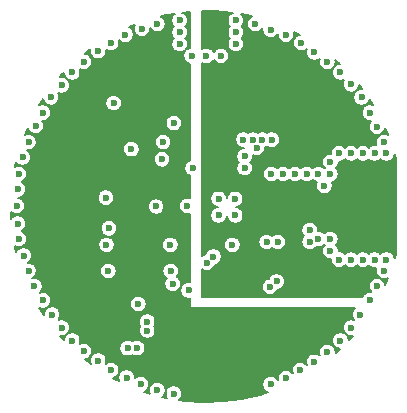
<source format=gbr>
%TF.GenerationSoftware,KiCad,Pcbnew,5.1.6*%
%TF.CreationDate,2020-10-02T21:06:49+02:00*%
%TF.ProjectId,NRF24,4e524632-342e-46b6-9963-61645f706362,rev?*%
%TF.SameCoordinates,Original*%
%TF.FileFunction,Copper,L3,Inr*%
%TF.FilePolarity,Positive*%
%FSLAX46Y46*%
G04 Gerber Fmt 4.6, Leading zero omitted, Abs format (unit mm)*
G04 Created by KiCad (PCBNEW 5.1.6) date 2020-10-02 21:06:49*
%MOMM*%
%LPD*%
G01*
G04 APERTURE LIST*
%TA.AperFunction,ViaPad*%
%ADD10C,0.600000*%
%TD*%
%TA.AperFunction,Conductor*%
%ADD11C,0.200000*%
%TD*%
G04 APERTURE END LIST*
D10*
%TO.N,GND*%
X178500000Y-71500000D03*
X181800000Y-88000000D03*
X183200000Y-86600000D03*
X183200000Y-88000000D03*
X181800000Y-86600000D03*
X184000000Y-84000000D03*
X184000000Y-83000000D03*
X182950000Y-90500000D03*
X177700000Y-90500000D03*
X172462500Y-92712562D03*
X172250000Y-86499988D03*
X179600020Y-84000000D03*
X177000000Y-83250000D03*
X172900000Y-78500000D03*
X172500000Y-89100000D03*
X178000000Y-80200000D03*
X177737484Y-92712516D03*
X186300000Y-81600000D03*
X183900000Y-81600000D03*
X177900000Y-93800000D03*
X189499982Y-90250000D03*
X175000000Y-95500000D03*
X185500000Y-81600000D03*
X184700000Y-81600000D03*
X185050000Y-82300006D03*
X186250000Y-84500000D03*
X187250000Y-84500000D03*
X188250000Y-84500000D03*
X189250000Y-84500000D03*
X189500000Y-89250000D03*
X190250000Y-90000000D03*
X185850000Y-90250000D03*
X186800000Y-90250000D03*
X175750000Y-97000000D03*
X175750000Y-97750000D03*
X178500000Y-72500000D03*
X178500000Y-73500000D03*
X179500000Y-74500000D03*
X180750000Y-74500000D03*
X182000000Y-74500000D03*
X183250000Y-73500000D03*
X191250000Y-84500000D03*
X191250000Y-83500000D03*
X192000000Y-82750000D03*
X193000000Y-82750000D03*
X194000000Y-82750000D03*
X195000000Y-82750000D03*
X196000000Y-82750000D03*
X191250000Y-90000000D03*
X191250000Y-91000000D03*
X192000000Y-91750000D03*
X193000000Y-91750000D03*
X194000000Y-91750000D03*
X195000000Y-91750000D03*
X196000000Y-91750000D03*
X164700000Y-87200000D03*
X164800000Y-85800000D03*
X164900000Y-84500000D03*
X165200000Y-83100000D03*
X165700000Y-81800000D03*
X166300000Y-80400000D03*
X166900000Y-79300000D03*
X167600000Y-78000000D03*
X168500000Y-77000000D03*
X169400000Y-75900000D03*
X170400000Y-75000000D03*
X171600000Y-74100000D03*
X172700000Y-73400000D03*
X173900000Y-72700000D03*
X175300000Y-72200000D03*
X176600000Y-71800000D03*
X184900000Y-71800000D03*
X186200000Y-72300000D03*
X187500000Y-72700000D03*
X188800000Y-73400000D03*
X189900000Y-74200000D03*
X191000000Y-75000000D03*
X192100000Y-75900000D03*
X193000000Y-76900000D03*
X193900000Y-78000000D03*
X194600000Y-79300000D03*
X195200000Y-80500000D03*
X195800000Y-81800000D03*
X195800000Y-92700000D03*
X195200000Y-94000000D03*
X194600000Y-95200000D03*
X193800000Y-96400000D03*
X193000000Y-97500000D03*
X192100000Y-98600000D03*
X191000000Y-99600000D03*
X189900000Y-100400000D03*
X188700000Y-101100000D03*
X187500000Y-101800000D03*
X186200000Y-102300000D03*
X178000000Y-103100000D03*
X176600000Y-102800000D03*
X175200000Y-102300000D03*
X172700000Y-101100000D03*
X171600000Y-100300000D03*
X170400000Y-99500000D03*
X169400000Y-98600000D03*
X168500000Y-97500000D03*
X167700000Y-96400000D03*
X166900000Y-95200000D03*
X166200000Y-94000000D03*
X165700000Y-92700000D03*
X165300000Y-91400000D03*
X164900000Y-90000000D03*
X164800000Y-88700000D03*
X174000000Y-101750000D03*
X183250000Y-71500000D03*
X183250000Y-72500000D03*
X190750000Y-85500000D03*
X190250000Y-84500000D03*
X172300000Y-90500000D03*
X179245700Y-94347149D03*
X180799996Y-92000000D03*
X181350000Y-91500009D03*
X186699998Y-93600000D03*
X186150000Y-94050000D03*
%TO.N,/I2C_SDA*%
X174400000Y-82399994D03*
X177100000Y-81800000D03*
%TO.N,/SPI_SCK*%
X176500000Y-87249985D03*
X179128621Y-87199999D03*
%TO.N,Net-(BT1-Pad1)*%
X174100000Y-99250000D03*
X174900000Y-99250000D03*
%TO.N,VCC*%
X173750000Y-96500000D03*
X174037512Y-92712488D03*
X176000000Y-83250000D03*
X172200000Y-80200000D03*
X171200000Y-81200000D03*
X178900000Y-80600000D03*
X174000000Y-95500000D03*
X176166753Y-92698446D03*
X174500000Y-96500000D03*
X178500000Y-83173790D03*
X185250000Y-101500000D03*
%TO.N,+VSW*%
X186300000Y-78200000D03*
X180650000Y-90500000D03*
X181600000Y-83000000D03*
X185500000Y-78200000D03*
X185000000Y-85250000D03*
X183900000Y-78200000D03*
X184700000Y-78200000D03*
X183000000Y-78200000D03*
%TD*%
D11*
%TO.N,VCC*%
G36*
X179400000Y-73806178D02*
G01*
X179295818Y-73826901D01*
X179168426Y-73879668D01*
X179053776Y-73956274D01*
X178956274Y-74053776D01*
X178879668Y-74168426D01*
X178826901Y-74295818D01*
X178800000Y-74431056D01*
X178800000Y-74568944D01*
X178826901Y-74704182D01*
X178879668Y-74831574D01*
X178956274Y-74946224D01*
X179053776Y-75043726D01*
X179168426Y-75120332D01*
X179295818Y-75173099D01*
X179400000Y-75193822D01*
X179400000Y-83326073D01*
X179395838Y-83326901D01*
X179268446Y-83379668D01*
X179153796Y-83456274D01*
X179056294Y-83553776D01*
X178979688Y-83668426D01*
X178926921Y-83795818D01*
X178900020Y-83931056D01*
X178900020Y-84068944D01*
X178926921Y-84204182D01*
X178979688Y-84331574D01*
X179056294Y-84446224D01*
X179153796Y-84543726D01*
X179268446Y-84620332D01*
X179395838Y-84673099D01*
X179400000Y-84673927D01*
X179400000Y-86554734D01*
X179332803Y-86526900D01*
X179197565Y-86499999D01*
X179059677Y-86499999D01*
X178924439Y-86526900D01*
X178797047Y-86579667D01*
X178682397Y-86656273D01*
X178584895Y-86753775D01*
X178508289Y-86868425D01*
X178455522Y-86995817D01*
X178428621Y-87131055D01*
X178428621Y-87268943D01*
X178455522Y-87404181D01*
X178508289Y-87531573D01*
X178584895Y-87646223D01*
X178682397Y-87743725D01*
X178797047Y-87820331D01*
X178924439Y-87873098D01*
X179059677Y-87899999D01*
X179197565Y-87899999D01*
X179332803Y-87873098D01*
X179400000Y-87845264D01*
X179400000Y-93664128D01*
X179314644Y-93647149D01*
X179176756Y-93647149D01*
X179041518Y-93674050D01*
X178914126Y-93726817D01*
X178799476Y-93803423D01*
X178701974Y-93900925D01*
X178625368Y-94015575D01*
X178572601Y-94142967D01*
X178545700Y-94278205D01*
X178545700Y-94416093D01*
X178572601Y-94551331D01*
X178625368Y-94678723D01*
X178701974Y-94793373D01*
X178799476Y-94890875D01*
X178914126Y-94967481D01*
X179041518Y-95020248D01*
X179176756Y-95047149D01*
X179314644Y-95047149D01*
X179400000Y-95030170D01*
X179400000Y-95750000D01*
X179401921Y-95769509D01*
X179407612Y-95788268D01*
X179416853Y-95805557D01*
X179429289Y-95820711D01*
X179444443Y-95833147D01*
X179461732Y-95842388D01*
X179480491Y-95848079D01*
X179500000Y-95850000D01*
X193363166Y-95850000D01*
X193353776Y-95856274D01*
X193256274Y-95953776D01*
X193179668Y-96068426D01*
X193126901Y-96195818D01*
X193100000Y-96331056D01*
X193100000Y-96468944D01*
X193126901Y-96604182D01*
X193179668Y-96731574D01*
X193256274Y-96846224D01*
X193260122Y-96850072D01*
X193204182Y-96826901D01*
X193068944Y-96800000D01*
X192931056Y-96800000D01*
X192795818Y-96826901D01*
X192668426Y-96879668D01*
X192553776Y-96956274D01*
X192456274Y-97053776D01*
X192379668Y-97168426D01*
X192326901Y-97295818D01*
X192300000Y-97431056D01*
X192300000Y-97568944D01*
X192326901Y-97704182D01*
X192379668Y-97831574D01*
X192456274Y-97946224D01*
X192553776Y-98043726D01*
X192668426Y-98120332D01*
X192795818Y-98173099D01*
X192931056Y-98200000D01*
X193068944Y-98200000D01*
X193178617Y-98178184D01*
X192800000Y-98571942D01*
X192800000Y-98531056D01*
X192773099Y-98395818D01*
X192720332Y-98268426D01*
X192643726Y-98153776D01*
X192546224Y-98056274D01*
X192431574Y-97979668D01*
X192304182Y-97926901D01*
X192168944Y-97900000D01*
X192031056Y-97900000D01*
X191895818Y-97926901D01*
X191768426Y-97979668D01*
X191653776Y-98056274D01*
X191556274Y-98153776D01*
X191479668Y-98268426D01*
X191426901Y-98395818D01*
X191400000Y-98531056D01*
X191400000Y-98668944D01*
X191426901Y-98804182D01*
X191479668Y-98931574D01*
X191556274Y-99046224D01*
X191653776Y-99143726D01*
X191768426Y-99220332D01*
X191895818Y-99273099D01*
X192031056Y-99300000D01*
X192096249Y-99300000D01*
X191700000Y-99639902D01*
X191700000Y-99531056D01*
X191673099Y-99395818D01*
X191620332Y-99268426D01*
X191543726Y-99153776D01*
X191446224Y-99056274D01*
X191331574Y-98979668D01*
X191204182Y-98926901D01*
X191068944Y-98900000D01*
X190931056Y-98900000D01*
X190795818Y-98926901D01*
X190668426Y-98979668D01*
X190553776Y-99056274D01*
X190456274Y-99153776D01*
X190379668Y-99268426D01*
X190326901Y-99395818D01*
X190300000Y-99531056D01*
X190300000Y-99668944D01*
X190326901Y-99804182D01*
X190350072Y-99860122D01*
X190346224Y-99856274D01*
X190231574Y-99779668D01*
X190104182Y-99726901D01*
X189968944Y-99700000D01*
X189831056Y-99700000D01*
X189695818Y-99726901D01*
X189568426Y-99779668D01*
X189453776Y-99856274D01*
X189356274Y-99953776D01*
X189279668Y-100068426D01*
X189226901Y-100195818D01*
X189200000Y-100331056D01*
X189200000Y-100468944D01*
X189226901Y-100604182D01*
X189253506Y-100668413D01*
X189243726Y-100653776D01*
X189146224Y-100556274D01*
X189031574Y-100479668D01*
X188904182Y-100426901D01*
X188768944Y-100400000D01*
X188631056Y-100400000D01*
X188495818Y-100426901D01*
X188368426Y-100479668D01*
X188253776Y-100556274D01*
X188156274Y-100653776D01*
X188079668Y-100768426D01*
X188026901Y-100895818D01*
X188000000Y-101031056D01*
X188000000Y-101168944D01*
X188026901Y-101304182D01*
X188053506Y-101368413D01*
X188043726Y-101353776D01*
X187946224Y-101256274D01*
X187831574Y-101179668D01*
X187704182Y-101126901D01*
X187568944Y-101100000D01*
X187431056Y-101100000D01*
X187295818Y-101126901D01*
X187168426Y-101179668D01*
X187053776Y-101256274D01*
X186956274Y-101353776D01*
X186879668Y-101468426D01*
X186826901Y-101595818D01*
X186800000Y-101731056D01*
X186800000Y-101868944D01*
X186819558Y-101967268D01*
X186743726Y-101853776D01*
X186646224Y-101756274D01*
X186531574Y-101679668D01*
X186404182Y-101626901D01*
X186268944Y-101600000D01*
X186131056Y-101600000D01*
X185995818Y-101626901D01*
X185868426Y-101679668D01*
X185753776Y-101756274D01*
X185656274Y-101853776D01*
X185579668Y-101968426D01*
X185526901Y-102095818D01*
X185500000Y-102231056D01*
X185500000Y-102368944D01*
X185526901Y-102504182D01*
X185579668Y-102631574D01*
X185656274Y-102746224D01*
X185753776Y-102843726D01*
X185868426Y-102920332D01*
X185937287Y-102948855D01*
X185277193Y-103171297D01*
X183730362Y-103531911D01*
X182156085Y-103742607D01*
X180568871Y-103801446D01*
X178983313Y-103707885D01*
X178463285Y-103626665D01*
X178543726Y-103546224D01*
X178620332Y-103431574D01*
X178673099Y-103304182D01*
X178700000Y-103168944D01*
X178700000Y-103031056D01*
X178673099Y-102895818D01*
X178620332Y-102768426D01*
X178543726Y-102653776D01*
X178446224Y-102556274D01*
X178331574Y-102479668D01*
X178204182Y-102426901D01*
X178068944Y-102400000D01*
X177931056Y-102400000D01*
X177795818Y-102426901D01*
X177668426Y-102479668D01*
X177553776Y-102556274D01*
X177456274Y-102653776D01*
X177379668Y-102768426D01*
X177326901Y-102895818D01*
X177300000Y-103031056D01*
X177300000Y-103168944D01*
X177326901Y-103304182D01*
X177379668Y-103431574D01*
X177397733Y-103458610D01*
X177019418Y-103361637D01*
X177046224Y-103343726D01*
X177143726Y-103246224D01*
X177220332Y-103131574D01*
X177273099Y-103004182D01*
X177300000Y-102868944D01*
X177300000Y-102731056D01*
X177273099Y-102595818D01*
X177220332Y-102468426D01*
X177143726Y-102353776D01*
X177046224Y-102256274D01*
X176931574Y-102179668D01*
X176804182Y-102126901D01*
X176668944Y-102100000D01*
X176531056Y-102100000D01*
X176395818Y-102126901D01*
X176268426Y-102179668D01*
X176153776Y-102256274D01*
X176056274Y-102353776D01*
X175979668Y-102468426D01*
X175926901Y-102595818D01*
X175900000Y-102731056D01*
X175900000Y-102868944D01*
X175926901Y-103004182D01*
X175962775Y-103090789D01*
X175875470Y-103068411D01*
X175500963Y-102933011D01*
X175531574Y-102920332D01*
X175646224Y-102843726D01*
X175743726Y-102746224D01*
X175820332Y-102631574D01*
X175873099Y-102504182D01*
X175900000Y-102368944D01*
X175900000Y-102231056D01*
X175873099Y-102095818D01*
X175820332Y-101968426D01*
X175743726Y-101853776D01*
X175646224Y-101756274D01*
X175531574Y-101679668D01*
X175404182Y-101626901D01*
X175268944Y-101600000D01*
X175131056Y-101600000D01*
X174995818Y-101626901D01*
X174868426Y-101679668D01*
X174753776Y-101756274D01*
X174700000Y-101810050D01*
X174700000Y-101681056D01*
X174673099Y-101545818D01*
X174620332Y-101418426D01*
X174543726Y-101303776D01*
X174446224Y-101206274D01*
X174331574Y-101129668D01*
X174204182Y-101076901D01*
X174068944Y-101050000D01*
X173931056Y-101050000D01*
X173795818Y-101076901D01*
X173668426Y-101129668D01*
X173553776Y-101206274D01*
X173456274Y-101303776D01*
X173379668Y-101418426D01*
X173326901Y-101545818D01*
X173300000Y-101681056D01*
X173300000Y-101818944D01*
X173326901Y-101954182D01*
X173364957Y-102046059D01*
X172946725Y-101847674D01*
X172842520Y-101785365D01*
X172904182Y-101773099D01*
X173031574Y-101720332D01*
X173146224Y-101643726D01*
X173243726Y-101546224D01*
X173320332Y-101431574D01*
X173373099Y-101304182D01*
X173400000Y-101168944D01*
X173400000Y-101031056D01*
X173373099Y-100895818D01*
X173320332Y-100768426D01*
X173243726Y-100653776D01*
X173146224Y-100556274D01*
X173031574Y-100479668D01*
X172904182Y-100426901D01*
X172768944Y-100400000D01*
X172631056Y-100400000D01*
X172495818Y-100426901D01*
X172368426Y-100479668D01*
X172253776Y-100556274D01*
X172249928Y-100560122D01*
X172273099Y-100504182D01*
X172300000Y-100368944D01*
X172300000Y-100231056D01*
X172273099Y-100095818D01*
X172220332Y-99968426D01*
X172143726Y-99853776D01*
X172046224Y-99756274D01*
X171931574Y-99679668D01*
X171804182Y-99626901D01*
X171668944Y-99600000D01*
X171531056Y-99600000D01*
X171395818Y-99626901D01*
X171268426Y-99679668D01*
X171153776Y-99756274D01*
X171056274Y-99853776D01*
X170979668Y-99968426D01*
X170926901Y-100095818D01*
X170900000Y-100231056D01*
X170900000Y-100368944D01*
X170926901Y-100504182D01*
X170953533Y-100568478D01*
X170453321Y-100200000D01*
X170468944Y-100200000D01*
X170604182Y-100173099D01*
X170731574Y-100120332D01*
X170846224Y-100043726D01*
X170943726Y-99946224D01*
X171020332Y-99831574D01*
X171073099Y-99704182D01*
X171100000Y-99568944D01*
X171100000Y-99431056D01*
X171073099Y-99295818D01*
X171025564Y-99181056D01*
X173400000Y-99181056D01*
X173400000Y-99318944D01*
X173426901Y-99454182D01*
X173479668Y-99581574D01*
X173556274Y-99696224D01*
X173653776Y-99793726D01*
X173768426Y-99870332D01*
X173895818Y-99923099D01*
X174031056Y-99950000D01*
X174168944Y-99950000D01*
X174304182Y-99923099D01*
X174431574Y-99870332D01*
X174500000Y-99824612D01*
X174568426Y-99870332D01*
X174695818Y-99923099D01*
X174831056Y-99950000D01*
X174968944Y-99950000D01*
X175104182Y-99923099D01*
X175231574Y-99870332D01*
X175346224Y-99793726D01*
X175443726Y-99696224D01*
X175520332Y-99581574D01*
X175573099Y-99454182D01*
X175600000Y-99318944D01*
X175600000Y-99181056D01*
X175573099Y-99045818D01*
X175520332Y-98918426D01*
X175443726Y-98803776D01*
X175346224Y-98706274D01*
X175231574Y-98629668D01*
X175104182Y-98576901D01*
X174968944Y-98550000D01*
X174831056Y-98550000D01*
X174695818Y-98576901D01*
X174568426Y-98629668D01*
X174500000Y-98675388D01*
X174431574Y-98629668D01*
X174304182Y-98576901D01*
X174168944Y-98550000D01*
X174031056Y-98550000D01*
X173895818Y-98576901D01*
X173768426Y-98629668D01*
X173653776Y-98706274D01*
X173556274Y-98803776D01*
X173479668Y-98918426D01*
X173426901Y-99045818D01*
X173400000Y-99181056D01*
X171025564Y-99181056D01*
X171020332Y-99168426D01*
X170943726Y-99053776D01*
X170846224Y-98956274D01*
X170731574Y-98879668D01*
X170604182Y-98826901D01*
X170468944Y-98800000D01*
X170331056Y-98800000D01*
X170195818Y-98826901D01*
X170068426Y-98879668D01*
X170031655Y-98904237D01*
X170073099Y-98804182D01*
X170100000Y-98668944D01*
X170100000Y-98531056D01*
X170073099Y-98395818D01*
X170020332Y-98268426D01*
X169943726Y-98153776D01*
X169846224Y-98056274D01*
X169731574Y-97979668D01*
X169604182Y-97926901D01*
X169468944Y-97900000D01*
X169331056Y-97900000D01*
X169195818Y-97926901D01*
X169068426Y-97979668D01*
X168953776Y-98056274D01*
X168856274Y-98153776D01*
X168779668Y-98268426D01*
X168726901Y-98395818D01*
X168700000Y-98531056D01*
X168700000Y-98571623D01*
X168341629Y-98182212D01*
X168431056Y-98200000D01*
X168568944Y-98200000D01*
X168704182Y-98173099D01*
X168831574Y-98120332D01*
X168946224Y-98043726D01*
X169043726Y-97946224D01*
X169120332Y-97831574D01*
X169173099Y-97704182D01*
X169200000Y-97568944D01*
X169200000Y-97431056D01*
X169173099Y-97295818D01*
X169120332Y-97168426D01*
X169043726Y-97053776D01*
X168946224Y-96956274D01*
X168908483Y-96931056D01*
X175050000Y-96931056D01*
X175050000Y-97068944D01*
X175076901Y-97204182D01*
X175129668Y-97331574D01*
X175158684Y-97375000D01*
X175129668Y-97418426D01*
X175076901Y-97545818D01*
X175050000Y-97681056D01*
X175050000Y-97818944D01*
X175076901Y-97954182D01*
X175129668Y-98081574D01*
X175206274Y-98196224D01*
X175303776Y-98293726D01*
X175418426Y-98370332D01*
X175545818Y-98423099D01*
X175681056Y-98450000D01*
X175818944Y-98450000D01*
X175954182Y-98423099D01*
X176081574Y-98370332D01*
X176196224Y-98293726D01*
X176293726Y-98196224D01*
X176370332Y-98081574D01*
X176423099Y-97954182D01*
X176450000Y-97818944D01*
X176450000Y-97681056D01*
X176423099Y-97545818D01*
X176370332Y-97418426D01*
X176341316Y-97375000D01*
X176370332Y-97331574D01*
X176423099Y-97204182D01*
X176450000Y-97068944D01*
X176450000Y-96931056D01*
X176423099Y-96795818D01*
X176370332Y-96668426D01*
X176293726Y-96553776D01*
X176196224Y-96456274D01*
X176081574Y-96379668D01*
X175954182Y-96326901D01*
X175818944Y-96300000D01*
X175681056Y-96300000D01*
X175545818Y-96326901D01*
X175418426Y-96379668D01*
X175303776Y-96456274D01*
X175206274Y-96553776D01*
X175129668Y-96668426D01*
X175076901Y-96795818D01*
X175050000Y-96931056D01*
X168908483Y-96931056D01*
X168831574Y-96879668D01*
X168704182Y-96826901D01*
X168568944Y-96800000D01*
X168431056Y-96800000D01*
X168295818Y-96826901D01*
X168239878Y-96850072D01*
X168243726Y-96846224D01*
X168320332Y-96731574D01*
X168373099Y-96604182D01*
X168400000Y-96468944D01*
X168400000Y-96331056D01*
X168373099Y-96195818D01*
X168320332Y-96068426D01*
X168243726Y-95953776D01*
X168146224Y-95856274D01*
X168031574Y-95779668D01*
X167904182Y-95726901D01*
X167768944Y-95700000D01*
X167631056Y-95700000D01*
X167495818Y-95726901D01*
X167368426Y-95779668D01*
X167253776Y-95856274D01*
X167156274Y-95953776D01*
X167079668Y-96068426D01*
X167026901Y-96195818D01*
X167000000Y-96331056D01*
X167000000Y-96452302D01*
X166625387Y-95843926D01*
X166695818Y-95873099D01*
X166831056Y-95900000D01*
X166968944Y-95900000D01*
X167104182Y-95873099D01*
X167231574Y-95820332D01*
X167346224Y-95743726D01*
X167443726Y-95646224D01*
X167520332Y-95531574D01*
X167561967Y-95431056D01*
X174300000Y-95431056D01*
X174300000Y-95568944D01*
X174326901Y-95704182D01*
X174379668Y-95831574D01*
X174456274Y-95946224D01*
X174553776Y-96043726D01*
X174668426Y-96120332D01*
X174795818Y-96173099D01*
X174931056Y-96200000D01*
X175068944Y-96200000D01*
X175204182Y-96173099D01*
X175331574Y-96120332D01*
X175446224Y-96043726D01*
X175543726Y-95946224D01*
X175620332Y-95831574D01*
X175673099Y-95704182D01*
X175700000Y-95568944D01*
X175700000Y-95431056D01*
X175673099Y-95295818D01*
X175620332Y-95168426D01*
X175543726Y-95053776D01*
X175446224Y-94956274D01*
X175331574Y-94879668D01*
X175204182Y-94826901D01*
X175068944Y-94800000D01*
X174931056Y-94800000D01*
X174795818Y-94826901D01*
X174668426Y-94879668D01*
X174553776Y-94956274D01*
X174456274Y-95053776D01*
X174379668Y-95168426D01*
X174326901Y-95295818D01*
X174300000Y-95431056D01*
X167561967Y-95431056D01*
X167573099Y-95404182D01*
X167600000Y-95268944D01*
X167600000Y-95131056D01*
X167573099Y-94995818D01*
X167520332Y-94868426D01*
X167443726Y-94753776D01*
X167346224Y-94656274D01*
X167231574Y-94579668D01*
X167104182Y-94526901D01*
X166968944Y-94500000D01*
X166831056Y-94500000D01*
X166695818Y-94526901D01*
X166631587Y-94553506D01*
X166646224Y-94543726D01*
X166743726Y-94446224D01*
X166820332Y-94331574D01*
X166873099Y-94204182D01*
X166900000Y-94068944D01*
X166900000Y-93931056D01*
X166873099Y-93795818D01*
X166820332Y-93668426D01*
X166743726Y-93553776D01*
X166646224Y-93456274D01*
X166531574Y-93379668D01*
X166404182Y-93326901D01*
X166268944Y-93300000D01*
X166131056Y-93300000D01*
X166032732Y-93319558D01*
X166146224Y-93243726D01*
X166243726Y-93146224D01*
X166320332Y-93031574D01*
X166373099Y-92904182D01*
X166400000Y-92768944D01*
X166400000Y-92643618D01*
X171762500Y-92643618D01*
X171762500Y-92781506D01*
X171789401Y-92916744D01*
X171842168Y-93044136D01*
X171918774Y-93158786D01*
X172016276Y-93256288D01*
X172130926Y-93332894D01*
X172258318Y-93385661D01*
X172393556Y-93412562D01*
X172531444Y-93412562D01*
X172666682Y-93385661D01*
X172794074Y-93332894D01*
X172908724Y-93256288D01*
X173006226Y-93158786D01*
X173082832Y-93044136D01*
X173135599Y-92916744D01*
X173162500Y-92781506D01*
X173162500Y-92643618D01*
X173162491Y-92643572D01*
X177037484Y-92643572D01*
X177037484Y-92781460D01*
X177064385Y-92916698D01*
X177117152Y-93044090D01*
X177193758Y-93158740D01*
X177291260Y-93256242D01*
X177388701Y-93321349D01*
X177356274Y-93353776D01*
X177279668Y-93468426D01*
X177226901Y-93595818D01*
X177200000Y-93731056D01*
X177200000Y-93868944D01*
X177226901Y-94004182D01*
X177279668Y-94131574D01*
X177356274Y-94246224D01*
X177453776Y-94343726D01*
X177568426Y-94420332D01*
X177695818Y-94473099D01*
X177831056Y-94500000D01*
X177968944Y-94500000D01*
X178104182Y-94473099D01*
X178231574Y-94420332D01*
X178346224Y-94343726D01*
X178443726Y-94246224D01*
X178520332Y-94131574D01*
X178573099Y-94004182D01*
X178600000Y-93868944D01*
X178600000Y-93731056D01*
X178573099Y-93595818D01*
X178520332Y-93468426D01*
X178443726Y-93353776D01*
X178346224Y-93256274D01*
X178248783Y-93191167D01*
X178281210Y-93158740D01*
X178357816Y-93044090D01*
X178410583Y-92916698D01*
X178437484Y-92781460D01*
X178437484Y-92643572D01*
X178410583Y-92508334D01*
X178357816Y-92380942D01*
X178281210Y-92266292D01*
X178183708Y-92168790D01*
X178069058Y-92092184D01*
X177941666Y-92039417D01*
X177806428Y-92012516D01*
X177668540Y-92012516D01*
X177533302Y-92039417D01*
X177405910Y-92092184D01*
X177291260Y-92168790D01*
X177193758Y-92266292D01*
X177117152Y-92380942D01*
X177064385Y-92508334D01*
X177037484Y-92643572D01*
X173162491Y-92643572D01*
X173135599Y-92508380D01*
X173082832Y-92380988D01*
X173006226Y-92266338D01*
X172908724Y-92168836D01*
X172794074Y-92092230D01*
X172666682Y-92039463D01*
X172531444Y-92012562D01*
X172393556Y-92012562D01*
X172258318Y-92039463D01*
X172130926Y-92092230D01*
X172016276Y-92168836D01*
X171918774Y-92266338D01*
X171842168Y-92380988D01*
X171789401Y-92508380D01*
X171762500Y-92643618D01*
X166400000Y-92643618D01*
X166400000Y-92631056D01*
X166373099Y-92495818D01*
X166320332Y-92368426D01*
X166243726Y-92253776D01*
X166146224Y-92156274D01*
X166031574Y-92079668D01*
X165904182Y-92026901D01*
X165768944Y-92000000D01*
X165662003Y-92000000D01*
X165746224Y-91943726D01*
X165843726Y-91846224D01*
X165920332Y-91731574D01*
X165973099Y-91604182D01*
X166000000Y-91468944D01*
X166000000Y-91331056D01*
X165973099Y-91195818D01*
X165920332Y-91068426D01*
X165843726Y-90953776D01*
X165746224Y-90856274D01*
X165631574Y-90779668D01*
X165504182Y-90726901D01*
X165368944Y-90700000D01*
X165231056Y-90700000D01*
X165095818Y-90726901D01*
X164968426Y-90779668D01*
X164853776Y-90856274D01*
X164756274Y-90953776D01*
X164679668Y-91068426D01*
X164665003Y-91103831D01*
X164582022Y-90796782D01*
X164550020Y-90608034D01*
X164568426Y-90620332D01*
X164695818Y-90673099D01*
X164831056Y-90700000D01*
X164968944Y-90700000D01*
X165104182Y-90673099D01*
X165231574Y-90620332D01*
X165346224Y-90543726D01*
X165443726Y-90446224D01*
X165453860Y-90431056D01*
X171600000Y-90431056D01*
X171600000Y-90568944D01*
X171626901Y-90704182D01*
X171679668Y-90831574D01*
X171756274Y-90946224D01*
X171853776Y-91043726D01*
X171968426Y-91120332D01*
X172095818Y-91173099D01*
X172231056Y-91200000D01*
X172368944Y-91200000D01*
X172504182Y-91173099D01*
X172631574Y-91120332D01*
X172746224Y-91043726D01*
X172843726Y-90946224D01*
X172920332Y-90831574D01*
X172973099Y-90704182D01*
X173000000Y-90568944D01*
X173000000Y-90431056D01*
X177000000Y-90431056D01*
X177000000Y-90568944D01*
X177026901Y-90704182D01*
X177079668Y-90831574D01*
X177156274Y-90946224D01*
X177253776Y-91043726D01*
X177368426Y-91120332D01*
X177495818Y-91173099D01*
X177631056Y-91200000D01*
X177768944Y-91200000D01*
X177904182Y-91173099D01*
X178031574Y-91120332D01*
X178146224Y-91043726D01*
X178243726Y-90946224D01*
X178320332Y-90831574D01*
X178373099Y-90704182D01*
X178400000Y-90568944D01*
X178400000Y-90431056D01*
X178373099Y-90295818D01*
X178320332Y-90168426D01*
X178243726Y-90053776D01*
X178146224Y-89956274D01*
X178031574Y-89879668D01*
X177904182Y-89826901D01*
X177768944Y-89800000D01*
X177631056Y-89800000D01*
X177495818Y-89826901D01*
X177368426Y-89879668D01*
X177253776Y-89956274D01*
X177156274Y-90053776D01*
X177079668Y-90168426D01*
X177026901Y-90295818D01*
X177000000Y-90431056D01*
X173000000Y-90431056D01*
X172973099Y-90295818D01*
X172920332Y-90168426D01*
X172843726Y-90053776D01*
X172746224Y-89956274D01*
X172631574Y-89879668D01*
X172504182Y-89826901D01*
X172368944Y-89800000D01*
X172231056Y-89800000D01*
X172095818Y-89826901D01*
X171968426Y-89879668D01*
X171853776Y-89956274D01*
X171756274Y-90053776D01*
X171679668Y-90168426D01*
X171626901Y-90295818D01*
X171600000Y-90431056D01*
X165453860Y-90431056D01*
X165520332Y-90331574D01*
X165573099Y-90204182D01*
X165600000Y-90068944D01*
X165600000Y-89931056D01*
X165573099Y-89795818D01*
X165520332Y-89668426D01*
X165443726Y-89553776D01*
X165346224Y-89456274D01*
X165231574Y-89379668D01*
X165109948Y-89329290D01*
X165131574Y-89320332D01*
X165246224Y-89243726D01*
X165343726Y-89146224D01*
X165420332Y-89031574D01*
X165420546Y-89031056D01*
X171800000Y-89031056D01*
X171800000Y-89168944D01*
X171826901Y-89304182D01*
X171879668Y-89431574D01*
X171956274Y-89546224D01*
X172053776Y-89643726D01*
X172168426Y-89720332D01*
X172295818Y-89773099D01*
X172431056Y-89800000D01*
X172568944Y-89800000D01*
X172704182Y-89773099D01*
X172831574Y-89720332D01*
X172946224Y-89643726D01*
X173043726Y-89546224D01*
X173120332Y-89431574D01*
X173173099Y-89304182D01*
X173200000Y-89168944D01*
X173200000Y-89031056D01*
X173173099Y-88895818D01*
X173120332Y-88768426D01*
X173043726Y-88653776D01*
X172946224Y-88556274D01*
X172831574Y-88479668D01*
X172704182Y-88426901D01*
X172568944Y-88400000D01*
X172431056Y-88400000D01*
X172295818Y-88426901D01*
X172168426Y-88479668D01*
X172053776Y-88556274D01*
X171956274Y-88653776D01*
X171879668Y-88768426D01*
X171826901Y-88895818D01*
X171800000Y-89031056D01*
X165420546Y-89031056D01*
X165473099Y-88904182D01*
X165500000Y-88768944D01*
X165500000Y-88631056D01*
X165473099Y-88495818D01*
X165420332Y-88368426D01*
X165343726Y-88253776D01*
X165246224Y-88156274D01*
X165131574Y-88079668D01*
X165004182Y-88026901D01*
X164868944Y-88000000D01*
X164731056Y-88000000D01*
X164595818Y-88026901D01*
X164468426Y-88079668D01*
X164353776Y-88156274D01*
X164256274Y-88253776D01*
X164247075Y-88267544D01*
X164205862Y-87695812D01*
X164253776Y-87743726D01*
X164368426Y-87820332D01*
X164495818Y-87873099D01*
X164631056Y-87900000D01*
X164768944Y-87900000D01*
X164904182Y-87873099D01*
X165031574Y-87820332D01*
X165146224Y-87743726D01*
X165243726Y-87646224D01*
X165320332Y-87531574D01*
X165373099Y-87404182D01*
X165400000Y-87268944D01*
X165400000Y-87131056D01*
X165373099Y-86995818D01*
X165320332Y-86868426D01*
X165243726Y-86753776D01*
X165146224Y-86656274D01*
X165031574Y-86579668D01*
X164904182Y-86526901D01*
X164768944Y-86500000D01*
X164868944Y-86500000D01*
X165004182Y-86473099D01*
X165105712Y-86431044D01*
X171550000Y-86431044D01*
X171550000Y-86568932D01*
X171576901Y-86704170D01*
X171629668Y-86831562D01*
X171706274Y-86946212D01*
X171803776Y-87043714D01*
X171918426Y-87120320D01*
X172045818Y-87173087D01*
X172181056Y-87199988D01*
X172318944Y-87199988D01*
X172414195Y-87181041D01*
X175800000Y-87181041D01*
X175800000Y-87318929D01*
X175826901Y-87454167D01*
X175879668Y-87581559D01*
X175956274Y-87696209D01*
X176053776Y-87793711D01*
X176168426Y-87870317D01*
X176295818Y-87923084D01*
X176431056Y-87949985D01*
X176568944Y-87949985D01*
X176704182Y-87923084D01*
X176831574Y-87870317D01*
X176946224Y-87793711D01*
X177043726Y-87696209D01*
X177120332Y-87581559D01*
X177173099Y-87454167D01*
X177200000Y-87318929D01*
X177200000Y-87181041D01*
X177173099Y-87045803D01*
X177120332Y-86918411D01*
X177043726Y-86803761D01*
X176946224Y-86706259D01*
X176831574Y-86629653D01*
X176704182Y-86576886D01*
X176568944Y-86549985D01*
X176431056Y-86549985D01*
X176295818Y-86576886D01*
X176168426Y-86629653D01*
X176053776Y-86706259D01*
X175956274Y-86803761D01*
X175879668Y-86918411D01*
X175826901Y-87045803D01*
X175800000Y-87181041D01*
X172414195Y-87181041D01*
X172454182Y-87173087D01*
X172581574Y-87120320D01*
X172696224Y-87043714D01*
X172793726Y-86946212D01*
X172870332Y-86831562D01*
X172923099Y-86704170D01*
X172950000Y-86568932D01*
X172950000Y-86431044D01*
X172923099Y-86295806D01*
X172870332Y-86168414D01*
X172793726Y-86053764D01*
X172696224Y-85956262D01*
X172581574Y-85879656D01*
X172454182Y-85826889D01*
X172318944Y-85799988D01*
X172181056Y-85799988D01*
X172045818Y-85826889D01*
X171918426Y-85879656D01*
X171803776Y-85956262D01*
X171706274Y-86053764D01*
X171629668Y-86168414D01*
X171576901Y-86295806D01*
X171550000Y-86431044D01*
X165105712Y-86431044D01*
X165131574Y-86420332D01*
X165246224Y-86343726D01*
X165343726Y-86246224D01*
X165420332Y-86131574D01*
X165473099Y-86004182D01*
X165500000Y-85868944D01*
X165500000Y-85731056D01*
X165473099Y-85595818D01*
X165420332Y-85468426D01*
X165343726Y-85353776D01*
X165246224Y-85256274D01*
X165131574Y-85179668D01*
X165109948Y-85170710D01*
X165231574Y-85120332D01*
X165346224Y-85043726D01*
X165443726Y-84946224D01*
X165520332Y-84831574D01*
X165573099Y-84704182D01*
X165600000Y-84568944D01*
X165600000Y-84431056D01*
X165573099Y-84295818D01*
X165520332Y-84168426D01*
X165443726Y-84053776D01*
X165346224Y-83956274D01*
X165231574Y-83879668D01*
X165104182Y-83826901D01*
X164968944Y-83800000D01*
X164831056Y-83800000D01*
X164695818Y-83826901D01*
X164568426Y-83879668D01*
X164561853Y-83884060D01*
X164641004Y-83523370D01*
X164656274Y-83546224D01*
X164753776Y-83643726D01*
X164868426Y-83720332D01*
X164995818Y-83773099D01*
X165131056Y-83800000D01*
X165268944Y-83800000D01*
X165404182Y-83773099D01*
X165531574Y-83720332D01*
X165646224Y-83643726D01*
X165743726Y-83546224D01*
X165820332Y-83431574D01*
X165873099Y-83304182D01*
X165897590Y-83181056D01*
X176300000Y-83181056D01*
X176300000Y-83318944D01*
X176326901Y-83454182D01*
X176379668Y-83581574D01*
X176456274Y-83696224D01*
X176553776Y-83793726D01*
X176668426Y-83870332D01*
X176795818Y-83923099D01*
X176931056Y-83950000D01*
X177068944Y-83950000D01*
X177204182Y-83923099D01*
X177331574Y-83870332D01*
X177446224Y-83793726D01*
X177543726Y-83696224D01*
X177620332Y-83581574D01*
X177673099Y-83454182D01*
X177700000Y-83318944D01*
X177700000Y-83181056D01*
X177673099Y-83045818D01*
X177620332Y-82918426D01*
X177543726Y-82803776D01*
X177446224Y-82706274D01*
X177331574Y-82629668D01*
X177204182Y-82576901D01*
X177068944Y-82550000D01*
X176931056Y-82550000D01*
X176795818Y-82576901D01*
X176668426Y-82629668D01*
X176553776Y-82706274D01*
X176456274Y-82803776D01*
X176379668Y-82918426D01*
X176326901Y-83045818D01*
X176300000Y-83181056D01*
X165897590Y-83181056D01*
X165900000Y-83168944D01*
X165900000Y-83031056D01*
X165873099Y-82895818D01*
X165820332Y-82768426D01*
X165743726Y-82653776D01*
X165646224Y-82556274D01*
X165532732Y-82480442D01*
X165631056Y-82500000D01*
X165768944Y-82500000D01*
X165904182Y-82473099D01*
X166031574Y-82420332D01*
X166146224Y-82343726D01*
X166158900Y-82331050D01*
X173700000Y-82331050D01*
X173700000Y-82468938D01*
X173726901Y-82604176D01*
X173779668Y-82731568D01*
X173856274Y-82846218D01*
X173953776Y-82943720D01*
X174068426Y-83020326D01*
X174195818Y-83073093D01*
X174331056Y-83099994D01*
X174468944Y-83099994D01*
X174604182Y-83073093D01*
X174731574Y-83020326D01*
X174846224Y-82943720D01*
X174943726Y-82846218D01*
X175020332Y-82731568D01*
X175073099Y-82604176D01*
X175100000Y-82468938D01*
X175100000Y-82331050D01*
X175073099Y-82195812D01*
X175020332Y-82068420D01*
X174943726Y-81953770D01*
X174846224Y-81856268D01*
X174731574Y-81779662D01*
X174614228Y-81731056D01*
X176400000Y-81731056D01*
X176400000Y-81868944D01*
X176426901Y-82004182D01*
X176479668Y-82131574D01*
X176556274Y-82246224D01*
X176653776Y-82343726D01*
X176768426Y-82420332D01*
X176895818Y-82473099D01*
X177031056Y-82500000D01*
X177168944Y-82500000D01*
X177304182Y-82473099D01*
X177431574Y-82420332D01*
X177546224Y-82343726D01*
X177643726Y-82246224D01*
X177720332Y-82131574D01*
X177773099Y-82004182D01*
X177800000Y-81868944D01*
X177800000Y-81731056D01*
X177773099Y-81595818D01*
X177720332Y-81468426D01*
X177643726Y-81353776D01*
X177546224Y-81256274D01*
X177431574Y-81179668D01*
X177304182Y-81126901D01*
X177168944Y-81100000D01*
X177031056Y-81100000D01*
X176895818Y-81126901D01*
X176768426Y-81179668D01*
X176653776Y-81256274D01*
X176556274Y-81353776D01*
X176479668Y-81468426D01*
X176426901Y-81595818D01*
X176400000Y-81731056D01*
X174614228Y-81731056D01*
X174604182Y-81726895D01*
X174468944Y-81699994D01*
X174331056Y-81699994D01*
X174195818Y-81726895D01*
X174068426Y-81779662D01*
X173953776Y-81856268D01*
X173856274Y-81953770D01*
X173779668Y-82068420D01*
X173726901Y-82195812D01*
X173700000Y-82331050D01*
X166158900Y-82331050D01*
X166243726Y-82246224D01*
X166320332Y-82131574D01*
X166373099Y-82004182D01*
X166400000Y-81868944D01*
X166400000Y-81731056D01*
X166373099Y-81595818D01*
X166320332Y-81468426D01*
X166243726Y-81353776D01*
X166146224Y-81256274D01*
X166031574Y-81179668D01*
X165904182Y-81126901D01*
X165768944Y-81100000D01*
X165631056Y-81100000D01*
X165495818Y-81126901D01*
X165368426Y-81179668D01*
X165359495Y-81185635D01*
X165621838Y-80578728D01*
X165626901Y-80604182D01*
X165679668Y-80731574D01*
X165756274Y-80846224D01*
X165853776Y-80943726D01*
X165968426Y-81020332D01*
X166095818Y-81073099D01*
X166231056Y-81100000D01*
X166368944Y-81100000D01*
X166504182Y-81073099D01*
X166631574Y-81020332D01*
X166746224Y-80943726D01*
X166843726Y-80846224D01*
X166920332Y-80731574D01*
X166973099Y-80604182D01*
X167000000Y-80468944D01*
X167000000Y-80331056D01*
X166973099Y-80195818D01*
X166946274Y-80131056D01*
X177300000Y-80131056D01*
X177300000Y-80268944D01*
X177326901Y-80404182D01*
X177379668Y-80531574D01*
X177456274Y-80646224D01*
X177553776Y-80743726D01*
X177668426Y-80820332D01*
X177795818Y-80873099D01*
X177931056Y-80900000D01*
X178068944Y-80900000D01*
X178204182Y-80873099D01*
X178331574Y-80820332D01*
X178446224Y-80743726D01*
X178543726Y-80646224D01*
X178620332Y-80531574D01*
X178673099Y-80404182D01*
X178700000Y-80268944D01*
X178700000Y-80131056D01*
X178673099Y-79995818D01*
X178620332Y-79868426D01*
X178543726Y-79753776D01*
X178446224Y-79656274D01*
X178331574Y-79579668D01*
X178204182Y-79526901D01*
X178068944Y-79500000D01*
X177931056Y-79500000D01*
X177795818Y-79526901D01*
X177668426Y-79579668D01*
X177553776Y-79656274D01*
X177456274Y-79753776D01*
X177379668Y-79868426D01*
X177326901Y-79995818D01*
X177300000Y-80131056D01*
X166946274Y-80131056D01*
X166920332Y-80068426D01*
X166874612Y-80000000D01*
X166968944Y-80000000D01*
X167104182Y-79973099D01*
X167231574Y-79920332D01*
X167346224Y-79843726D01*
X167443726Y-79746224D01*
X167520332Y-79631574D01*
X167573099Y-79504182D01*
X167600000Y-79368944D01*
X167600000Y-79231056D01*
X167573099Y-79095818D01*
X167520332Y-78968426D01*
X167443726Y-78853776D01*
X167346224Y-78756274D01*
X167231574Y-78679668D01*
X167104182Y-78626901D01*
X166968944Y-78600000D01*
X166831056Y-78600000D01*
X166695818Y-78626901D01*
X166603532Y-78665127D01*
X166655929Y-78570119D01*
X166922255Y-78180825D01*
X166926901Y-78204182D01*
X166979668Y-78331574D01*
X167056274Y-78446224D01*
X167153776Y-78543726D01*
X167268426Y-78620332D01*
X167395818Y-78673099D01*
X167531056Y-78700000D01*
X167668944Y-78700000D01*
X167804182Y-78673099D01*
X167931574Y-78620332D01*
X168046224Y-78543726D01*
X168143726Y-78446224D01*
X168153860Y-78431056D01*
X172200000Y-78431056D01*
X172200000Y-78568944D01*
X172226901Y-78704182D01*
X172279668Y-78831574D01*
X172356274Y-78946224D01*
X172453776Y-79043726D01*
X172568426Y-79120332D01*
X172695818Y-79173099D01*
X172831056Y-79200000D01*
X172968944Y-79200000D01*
X173104182Y-79173099D01*
X173231574Y-79120332D01*
X173346224Y-79043726D01*
X173443726Y-78946224D01*
X173520332Y-78831574D01*
X173573099Y-78704182D01*
X173600000Y-78568944D01*
X173600000Y-78431056D01*
X173573099Y-78295818D01*
X173520332Y-78168426D01*
X173443726Y-78053776D01*
X173346224Y-77956274D01*
X173231574Y-77879668D01*
X173104182Y-77826901D01*
X172968944Y-77800000D01*
X172831056Y-77800000D01*
X172695818Y-77826901D01*
X172568426Y-77879668D01*
X172453776Y-77956274D01*
X172356274Y-78053776D01*
X172279668Y-78168426D01*
X172226901Y-78295818D01*
X172200000Y-78431056D01*
X168153860Y-78431056D01*
X168220332Y-78331574D01*
X168273099Y-78204182D01*
X168300000Y-78068944D01*
X168300000Y-77931056D01*
X168273099Y-77795818D01*
X168220332Y-77668426D01*
X168195763Y-77631655D01*
X168295818Y-77673099D01*
X168431056Y-77700000D01*
X168568944Y-77700000D01*
X168704182Y-77673099D01*
X168831574Y-77620332D01*
X168946224Y-77543726D01*
X169043726Y-77446224D01*
X169120332Y-77331574D01*
X169173099Y-77204182D01*
X169200000Y-77068944D01*
X169200000Y-76931056D01*
X169173099Y-76795818D01*
X169120332Y-76668426D01*
X169043726Y-76553776D01*
X168946224Y-76456274D01*
X168831574Y-76379668D01*
X168704182Y-76326901D01*
X168568944Y-76300000D01*
X168431056Y-76300000D01*
X168338791Y-76318353D01*
X168571078Y-76040313D01*
X168700000Y-75913078D01*
X168700000Y-75968944D01*
X168726901Y-76104182D01*
X168779668Y-76231574D01*
X168856274Y-76346224D01*
X168953776Y-76443726D01*
X169068426Y-76520332D01*
X169195818Y-76573099D01*
X169331056Y-76600000D01*
X169468944Y-76600000D01*
X169604182Y-76573099D01*
X169731574Y-76520332D01*
X169846224Y-76443726D01*
X169943726Y-76346224D01*
X170020332Y-76231574D01*
X170073099Y-76104182D01*
X170100000Y-75968944D01*
X170100000Y-75831056D01*
X170073099Y-75695818D01*
X170031655Y-75595763D01*
X170068426Y-75620332D01*
X170195818Y-75673099D01*
X170331056Y-75700000D01*
X170468944Y-75700000D01*
X170604182Y-75673099D01*
X170731574Y-75620332D01*
X170846224Y-75543726D01*
X170943726Y-75446224D01*
X171020332Y-75331574D01*
X171073099Y-75204182D01*
X171100000Y-75068944D01*
X171100000Y-74931056D01*
X171073099Y-74795818D01*
X171020332Y-74668426D01*
X170943726Y-74553776D01*
X170846224Y-74456274D01*
X170731574Y-74379668D01*
X170604182Y-74326901D01*
X170469406Y-74300092D01*
X170919266Y-73934200D01*
X170900000Y-74031056D01*
X170900000Y-74168944D01*
X170926901Y-74304182D01*
X170979668Y-74431574D01*
X171056274Y-74546224D01*
X171153776Y-74643726D01*
X171268426Y-74720332D01*
X171395818Y-74773099D01*
X171531056Y-74800000D01*
X171668944Y-74800000D01*
X171804182Y-74773099D01*
X171931574Y-74720332D01*
X172046224Y-74643726D01*
X172143726Y-74546224D01*
X172220332Y-74431574D01*
X172273099Y-74304182D01*
X172300000Y-74168944D01*
X172300000Y-74031056D01*
X172287051Y-73965960D01*
X172368426Y-74020332D01*
X172495818Y-74073099D01*
X172631056Y-74100000D01*
X172768944Y-74100000D01*
X172904182Y-74073099D01*
X173031574Y-74020332D01*
X173146224Y-73943726D01*
X173243726Y-73846224D01*
X173320332Y-73731574D01*
X173373099Y-73604182D01*
X173400000Y-73468944D01*
X173400000Y-73331056D01*
X173373099Y-73195818D01*
X173346494Y-73131587D01*
X173356274Y-73146224D01*
X173453776Y-73243726D01*
X173568426Y-73320332D01*
X173695818Y-73373099D01*
X173831056Y-73400000D01*
X173968944Y-73400000D01*
X174104182Y-73373099D01*
X174231574Y-73320332D01*
X174346224Y-73243726D01*
X174443726Y-73146224D01*
X174520332Y-73031574D01*
X174573099Y-72904182D01*
X174600000Y-72768944D01*
X174600000Y-72631056D01*
X174573099Y-72495818D01*
X174520332Y-72368426D01*
X174443726Y-72253776D01*
X174346224Y-72156274D01*
X174231574Y-72079668D01*
X174201725Y-72067304D01*
X174679942Y-71868016D01*
X174679668Y-71868426D01*
X174626901Y-71995818D01*
X174600000Y-72131056D01*
X174600000Y-72268944D01*
X174626901Y-72404182D01*
X174679668Y-72531574D01*
X174756274Y-72646224D01*
X174853776Y-72743726D01*
X174968426Y-72820332D01*
X175095818Y-72873099D01*
X175231056Y-72900000D01*
X175368944Y-72900000D01*
X175504182Y-72873099D01*
X175631574Y-72820332D01*
X175746224Y-72743726D01*
X175843726Y-72646224D01*
X175920332Y-72531574D01*
X175973099Y-72404182D01*
X176000000Y-72268944D01*
X176000000Y-72162003D01*
X176056274Y-72246224D01*
X176153776Y-72343726D01*
X176268426Y-72420332D01*
X176395818Y-72473099D01*
X176531056Y-72500000D01*
X176668944Y-72500000D01*
X176804182Y-72473099D01*
X176931574Y-72420332D01*
X177046224Y-72343726D01*
X177143726Y-72246224D01*
X177220332Y-72131574D01*
X177273099Y-72004182D01*
X177300000Y-71868944D01*
X177300000Y-71731056D01*
X177273099Y-71595818D01*
X177220332Y-71468426D01*
X177143726Y-71353776D01*
X177046224Y-71256274D01*
X176931574Y-71179668D01*
X176893247Y-71163793D01*
X178121214Y-70911213D01*
X178053776Y-70956274D01*
X177956274Y-71053776D01*
X177879668Y-71168426D01*
X177826901Y-71295818D01*
X177800000Y-71431056D01*
X177800000Y-71568944D01*
X177826901Y-71704182D01*
X177879668Y-71831574D01*
X177956274Y-71946224D01*
X178010050Y-72000000D01*
X177956274Y-72053776D01*
X177879668Y-72168426D01*
X177826901Y-72295818D01*
X177800000Y-72431056D01*
X177800000Y-72568944D01*
X177826901Y-72704182D01*
X177879668Y-72831574D01*
X177956274Y-72946224D01*
X178010050Y-73000000D01*
X177956274Y-73053776D01*
X177879668Y-73168426D01*
X177826901Y-73295818D01*
X177800000Y-73431056D01*
X177800000Y-73568944D01*
X177826901Y-73704182D01*
X177879668Y-73831574D01*
X177956274Y-73946224D01*
X178053776Y-74043726D01*
X178168426Y-74120332D01*
X178295818Y-74173099D01*
X178431056Y-74200000D01*
X178568944Y-74200000D01*
X178704182Y-74173099D01*
X178831574Y-74120332D01*
X178946224Y-74043726D01*
X179043726Y-73946224D01*
X179120332Y-73831574D01*
X179173099Y-73704182D01*
X179200000Y-73568944D01*
X179200000Y-73431056D01*
X179173099Y-73295818D01*
X179120332Y-73168426D01*
X179043726Y-73053776D01*
X178989950Y-73000000D01*
X179043726Y-72946224D01*
X179120332Y-72831574D01*
X179173099Y-72704182D01*
X179200000Y-72568944D01*
X179200000Y-72431056D01*
X179173099Y-72295818D01*
X179120332Y-72168426D01*
X179043726Y-72053776D01*
X178989950Y-72000000D01*
X179043726Y-71946224D01*
X179120332Y-71831574D01*
X179173099Y-71704182D01*
X179200000Y-71568944D01*
X179200000Y-71431056D01*
X179173099Y-71295818D01*
X179120332Y-71168426D01*
X179043726Y-71053776D01*
X178946224Y-70956274D01*
X178831574Y-70879668D01*
X178731659Y-70838282D01*
X179400000Y-70766586D01*
X179400000Y-73806178D01*
G37*
X179400000Y-73806178D02*
X179295818Y-73826901D01*
X179168426Y-73879668D01*
X179053776Y-73956274D01*
X178956274Y-74053776D01*
X178879668Y-74168426D01*
X178826901Y-74295818D01*
X178800000Y-74431056D01*
X178800000Y-74568944D01*
X178826901Y-74704182D01*
X178879668Y-74831574D01*
X178956274Y-74946224D01*
X179053776Y-75043726D01*
X179168426Y-75120332D01*
X179295818Y-75173099D01*
X179400000Y-75193822D01*
X179400000Y-83326073D01*
X179395838Y-83326901D01*
X179268446Y-83379668D01*
X179153796Y-83456274D01*
X179056294Y-83553776D01*
X178979688Y-83668426D01*
X178926921Y-83795818D01*
X178900020Y-83931056D01*
X178900020Y-84068944D01*
X178926921Y-84204182D01*
X178979688Y-84331574D01*
X179056294Y-84446224D01*
X179153796Y-84543726D01*
X179268446Y-84620332D01*
X179395838Y-84673099D01*
X179400000Y-84673927D01*
X179400000Y-86554734D01*
X179332803Y-86526900D01*
X179197565Y-86499999D01*
X179059677Y-86499999D01*
X178924439Y-86526900D01*
X178797047Y-86579667D01*
X178682397Y-86656273D01*
X178584895Y-86753775D01*
X178508289Y-86868425D01*
X178455522Y-86995817D01*
X178428621Y-87131055D01*
X178428621Y-87268943D01*
X178455522Y-87404181D01*
X178508289Y-87531573D01*
X178584895Y-87646223D01*
X178682397Y-87743725D01*
X178797047Y-87820331D01*
X178924439Y-87873098D01*
X179059677Y-87899999D01*
X179197565Y-87899999D01*
X179332803Y-87873098D01*
X179400000Y-87845264D01*
X179400000Y-93664128D01*
X179314644Y-93647149D01*
X179176756Y-93647149D01*
X179041518Y-93674050D01*
X178914126Y-93726817D01*
X178799476Y-93803423D01*
X178701974Y-93900925D01*
X178625368Y-94015575D01*
X178572601Y-94142967D01*
X178545700Y-94278205D01*
X178545700Y-94416093D01*
X178572601Y-94551331D01*
X178625368Y-94678723D01*
X178701974Y-94793373D01*
X178799476Y-94890875D01*
X178914126Y-94967481D01*
X179041518Y-95020248D01*
X179176756Y-95047149D01*
X179314644Y-95047149D01*
X179400000Y-95030170D01*
X179400000Y-95750000D01*
X179401921Y-95769509D01*
X179407612Y-95788268D01*
X179416853Y-95805557D01*
X179429289Y-95820711D01*
X179444443Y-95833147D01*
X179461732Y-95842388D01*
X179480491Y-95848079D01*
X179500000Y-95850000D01*
X193363166Y-95850000D01*
X193353776Y-95856274D01*
X193256274Y-95953776D01*
X193179668Y-96068426D01*
X193126901Y-96195818D01*
X193100000Y-96331056D01*
X193100000Y-96468944D01*
X193126901Y-96604182D01*
X193179668Y-96731574D01*
X193256274Y-96846224D01*
X193260122Y-96850072D01*
X193204182Y-96826901D01*
X193068944Y-96800000D01*
X192931056Y-96800000D01*
X192795818Y-96826901D01*
X192668426Y-96879668D01*
X192553776Y-96956274D01*
X192456274Y-97053776D01*
X192379668Y-97168426D01*
X192326901Y-97295818D01*
X192300000Y-97431056D01*
X192300000Y-97568944D01*
X192326901Y-97704182D01*
X192379668Y-97831574D01*
X192456274Y-97946224D01*
X192553776Y-98043726D01*
X192668426Y-98120332D01*
X192795818Y-98173099D01*
X192931056Y-98200000D01*
X193068944Y-98200000D01*
X193178617Y-98178184D01*
X192800000Y-98571942D01*
X192800000Y-98531056D01*
X192773099Y-98395818D01*
X192720332Y-98268426D01*
X192643726Y-98153776D01*
X192546224Y-98056274D01*
X192431574Y-97979668D01*
X192304182Y-97926901D01*
X192168944Y-97900000D01*
X192031056Y-97900000D01*
X191895818Y-97926901D01*
X191768426Y-97979668D01*
X191653776Y-98056274D01*
X191556274Y-98153776D01*
X191479668Y-98268426D01*
X191426901Y-98395818D01*
X191400000Y-98531056D01*
X191400000Y-98668944D01*
X191426901Y-98804182D01*
X191479668Y-98931574D01*
X191556274Y-99046224D01*
X191653776Y-99143726D01*
X191768426Y-99220332D01*
X191895818Y-99273099D01*
X192031056Y-99300000D01*
X192096249Y-99300000D01*
X191700000Y-99639902D01*
X191700000Y-99531056D01*
X191673099Y-99395818D01*
X191620332Y-99268426D01*
X191543726Y-99153776D01*
X191446224Y-99056274D01*
X191331574Y-98979668D01*
X191204182Y-98926901D01*
X191068944Y-98900000D01*
X190931056Y-98900000D01*
X190795818Y-98926901D01*
X190668426Y-98979668D01*
X190553776Y-99056274D01*
X190456274Y-99153776D01*
X190379668Y-99268426D01*
X190326901Y-99395818D01*
X190300000Y-99531056D01*
X190300000Y-99668944D01*
X190326901Y-99804182D01*
X190350072Y-99860122D01*
X190346224Y-99856274D01*
X190231574Y-99779668D01*
X190104182Y-99726901D01*
X189968944Y-99700000D01*
X189831056Y-99700000D01*
X189695818Y-99726901D01*
X189568426Y-99779668D01*
X189453776Y-99856274D01*
X189356274Y-99953776D01*
X189279668Y-100068426D01*
X189226901Y-100195818D01*
X189200000Y-100331056D01*
X189200000Y-100468944D01*
X189226901Y-100604182D01*
X189253506Y-100668413D01*
X189243726Y-100653776D01*
X189146224Y-100556274D01*
X189031574Y-100479668D01*
X188904182Y-100426901D01*
X188768944Y-100400000D01*
X188631056Y-100400000D01*
X188495818Y-100426901D01*
X188368426Y-100479668D01*
X188253776Y-100556274D01*
X188156274Y-100653776D01*
X188079668Y-100768426D01*
X188026901Y-100895818D01*
X188000000Y-101031056D01*
X188000000Y-101168944D01*
X188026901Y-101304182D01*
X188053506Y-101368413D01*
X188043726Y-101353776D01*
X187946224Y-101256274D01*
X187831574Y-101179668D01*
X187704182Y-101126901D01*
X187568944Y-101100000D01*
X187431056Y-101100000D01*
X187295818Y-101126901D01*
X187168426Y-101179668D01*
X187053776Y-101256274D01*
X186956274Y-101353776D01*
X186879668Y-101468426D01*
X186826901Y-101595818D01*
X186800000Y-101731056D01*
X186800000Y-101868944D01*
X186819558Y-101967268D01*
X186743726Y-101853776D01*
X186646224Y-101756274D01*
X186531574Y-101679668D01*
X186404182Y-101626901D01*
X186268944Y-101600000D01*
X186131056Y-101600000D01*
X185995818Y-101626901D01*
X185868426Y-101679668D01*
X185753776Y-101756274D01*
X185656274Y-101853776D01*
X185579668Y-101968426D01*
X185526901Y-102095818D01*
X185500000Y-102231056D01*
X185500000Y-102368944D01*
X185526901Y-102504182D01*
X185579668Y-102631574D01*
X185656274Y-102746224D01*
X185753776Y-102843726D01*
X185868426Y-102920332D01*
X185937287Y-102948855D01*
X185277193Y-103171297D01*
X183730362Y-103531911D01*
X182156085Y-103742607D01*
X180568871Y-103801446D01*
X178983313Y-103707885D01*
X178463285Y-103626665D01*
X178543726Y-103546224D01*
X178620332Y-103431574D01*
X178673099Y-103304182D01*
X178700000Y-103168944D01*
X178700000Y-103031056D01*
X178673099Y-102895818D01*
X178620332Y-102768426D01*
X178543726Y-102653776D01*
X178446224Y-102556274D01*
X178331574Y-102479668D01*
X178204182Y-102426901D01*
X178068944Y-102400000D01*
X177931056Y-102400000D01*
X177795818Y-102426901D01*
X177668426Y-102479668D01*
X177553776Y-102556274D01*
X177456274Y-102653776D01*
X177379668Y-102768426D01*
X177326901Y-102895818D01*
X177300000Y-103031056D01*
X177300000Y-103168944D01*
X177326901Y-103304182D01*
X177379668Y-103431574D01*
X177397733Y-103458610D01*
X177019418Y-103361637D01*
X177046224Y-103343726D01*
X177143726Y-103246224D01*
X177220332Y-103131574D01*
X177273099Y-103004182D01*
X177300000Y-102868944D01*
X177300000Y-102731056D01*
X177273099Y-102595818D01*
X177220332Y-102468426D01*
X177143726Y-102353776D01*
X177046224Y-102256274D01*
X176931574Y-102179668D01*
X176804182Y-102126901D01*
X176668944Y-102100000D01*
X176531056Y-102100000D01*
X176395818Y-102126901D01*
X176268426Y-102179668D01*
X176153776Y-102256274D01*
X176056274Y-102353776D01*
X175979668Y-102468426D01*
X175926901Y-102595818D01*
X175900000Y-102731056D01*
X175900000Y-102868944D01*
X175926901Y-103004182D01*
X175962775Y-103090789D01*
X175875470Y-103068411D01*
X175500963Y-102933011D01*
X175531574Y-102920332D01*
X175646224Y-102843726D01*
X175743726Y-102746224D01*
X175820332Y-102631574D01*
X175873099Y-102504182D01*
X175900000Y-102368944D01*
X175900000Y-102231056D01*
X175873099Y-102095818D01*
X175820332Y-101968426D01*
X175743726Y-101853776D01*
X175646224Y-101756274D01*
X175531574Y-101679668D01*
X175404182Y-101626901D01*
X175268944Y-101600000D01*
X175131056Y-101600000D01*
X174995818Y-101626901D01*
X174868426Y-101679668D01*
X174753776Y-101756274D01*
X174700000Y-101810050D01*
X174700000Y-101681056D01*
X174673099Y-101545818D01*
X174620332Y-101418426D01*
X174543726Y-101303776D01*
X174446224Y-101206274D01*
X174331574Y-101129668D01*
X174204182Y-101076901D01*
X174068944Y-101050000D01*
X173931056Y-101050000D01*
X173795818Y-101076901D01*
X173668426Y-101129668D01*
X173553776Y-101206274D01*
X173456274Y-101303776D01*
X173379668Y-101418426D01*
X173326901Y-101545818D01*
X173300000Y-101681056D01*
X173300000Y-101818944D01*
X173326901Y-101954182D01*
X173364957Y-102046059D01*
X172946725Y-101847674D01*
X172842520Y-101785365D01*
X172904182Y-101773099D01*
X173031574Y-101720332D01*
X173146224Y-101643726D01*
X173243726Y-101546224D01*
X173320332Y-101431574D01*
X173373099Y-101304182D01*
X173400000Y-101168944D01*
X173400000Y-101031056D01*
X173373099Y-100895818D01*
X173320332Y-100768426D01*
X173243726Y-100653776D01*
X173146224Y-100556274D01*
X173031574Y-100479668D01*
X172904182Y-100426901D01*
X172768944Y-100400000D01*
X172631056Y-100400000D01*
X172495818Y-100426901D01*
X172368426Y-100479668D01*
X172253776Y-100556274D01*
X172249928Y-100560122D01*
X172273099Y-100504182D01*
X172300000Y-100368944D01*
X172300000Y-100231056D01*
X172273099Y-100095818D01*
X172220332Y-99968426D01*
X172143726Y-99853776D01*
X172046224Y-99756274D01*
X171931574Y-99679668D01*
X171804182Y-99626901D01*
X171668944Y-99600000D01*
X171531056Y-99600000D01*
X171395818Y-99626901D01*
X171268426Y-99679668D01*
X171153776Y-99756274D01*
X171056274Y-99853776D01*
X170979668Y-99968426D01*
X170926901Y-100095818D01*
X170900000Y-100231056D01*
X170900000Y-100368944D01*
X170926901Y-100504182D01*
X170953533Y-100568478D01*
X170453321Y-100200000D01*
X170468944Y-100200000D01*
X170604182Y-100173099D01*
X170731574Y-100120332D01*
X170846224Y-100043726D01*
X170943726Y-99946224D01*
X171020332Y-99831574D01*
X171073099Y-99704182D01*
X171100000Y-99568944D01*
X171100000Y-99431056D01*
X171073099Y-99295818D01*
X171025564Y-99181056D01*
X173400000Y-99181056D01*
X173400000Y-99318944D01*
X173426901Y-99454182D01*
X173479668Y-99581574D01*
X173556274Y-99696224D01*
X173653776Y-99793726D01*
X173768426Y-99870332D01*
X173895818Y-99923099D01*
X174031056Y-99950000D01*
X174168944Y-99950000D01*
X174304182Y-99923099D01*
X174431574Y-99870332D01*
X174500000Y-99824612D01*
X174568426Y-99870332D01*
X174695818Y-99923099D01*
X174831056Y-99950000D01*
X174968944Y-99950000D01*
X175104182Y-99923099D01*
X175231574Y-99870332D01*
X175346224Y-99793726D01*
X175443726Y-99696224D01*
X175520332Y-99581574D01*
X175573099Y-99454182D01*
X175600000Y-99318944D01*
X175600000Y-99181056D01*
X175573099Y-99045818D01*
X175520332Y-98918426D01*
X175443726Y-98803776D01*
X175346224Y-98706274D01*
X175231574Y-98629668D01*
X175104182Y-98576901D01*
X174968944Y-98550000D01*
X174831056Y-98550000D01*
X174695818Y-98576901D01*
X174568426Y-98629668D01*
X174500000Y-98675388D01*
X174431574Y-98629668D01*
X174304182Y-98576901D01*
X174168944Y-98550000D01*
X174031056Y-98550000D01*
X173895818Y-98576901D01*
X173768426Y-98629668D01*
X173653776Y-98706274D01*
X173556274Y-98803776D01*
X173479668Y-98918426D01*
X173426901Y-99045818D01*
X173400000Y-99181056D01*
X171025564Y-99181056D01*
X171020332Y-99168426D01*
X170943726Y-99053776D01*
X170846224Y-98956274D01*
X170731574Y-98879668D01*
X170604182Y-98826901D01*
X170468944Y-98800000D01*
X170331056Y-98800000D01*
X170195818Y-98826901D01*
X170068426Y-98879668D01*
X170031655Y-98904237D01*
X170073099Y-98804182D01*
X170100000Y-98668944D01*
X170100000Y-98531056D01*
X170073099Y-98395818D01*
X170020332Y-98268426D01*
X169943726Y-98153776D01*
X169846224Y-98056274D01*
X169731574Y-97979668D01*
X169604182Y-97926901D01*
X169468944Y-97900000D01*
X169331056Y-97900000D01*
X169195818Y-97926901D01*
X169068426Y-97979668D01*
X168953776Y-98056274D01*
X168856274Y-98153776D01*
X168779668Y-98268426D01*
X168726901Y-98395818D01*
X168700000Y-98531056D01*
X168700000Y-98571623D01*
X168341629Y-98182212D01*
X168431056Y-98200000D01*
X168568944Y-98200000D01*
X168704182Y-98173099D01*
X168831574Y-98120332D01*
X168946224Y-98043726D01*
X169043726Y-97946224D01*
X169120332Y-97831574D01*
X169173099Y-97704182D01*
X169200000Y-97568944D01*
X169200000Y-97431056D01*
X169173099Y-97295818D01*
X169120332Y-97168426D01*
X169043726Y-97053776D01*
X168946224Y-96956274D01*
X168908483Y-96931056D01*
X175050000Y-96931056D01*
X175050000Y-97068944D01*
X175076901Y-97204182D01*
X175129668Y-97331574D01*
X175158684Y-97375000D01*
X175129668Y-97418426D01*
X175076901Y-97545818D01*
X175050000Y-97681056D01*
X175050000Y-97818944D01*
X175076901Y-97954182D01*
X175129668Y-98081574D01*
X175206274Y-98196224D01*
X175303776Y-98293726D01*
X175418426Y-98370332D01*
X175545818Y-98423099D01*
X175681056Y-98450000D01*
X175818944Y-98450000D01*
X175954182Y-98423099D01*
X176081574Y-98370332D01*
X176196224Y-98293726D01*
X176293726Y-98196224D01*
X176370332Y-98081574D01*
X176423099Y-97954182D01*
X176450000Y-97818944D01*
X176450000Y-97681056D01*
X176423099Y-97545818D01*
X176370332Y-97418426D01*
X176341316Y-97375000D01*
X176370332Y-97331574D01*
X176423099Y-97204182D01*
X176450000Y-97068944D01*
X176450000Y-96931056D01*
X176423099Y-96795818D01*
X176370332Y-96668426D01*
X176293726Y-96553776D01*
X176196224Y-96456274D01*
X176081574Y-96379668D01*
X175954182Y-96326901D01*
X175818944Y-96300000D01*
X175681056Y-96300000D01*
X175545818Y-96326901D01*
X175418426Y-96379668D01*
X175303776Y-96456274D01*
X175206274Y-96553776D01*
X175129668Y-96668426D01*
X175076901Y-96795818D01*
X175050000Y-96931056D01*
X168908483Y-96931056D01*
X168831574Y-96879668D01*
X168704182Y-96826901D01*
X168568944Y-96800000D01*
X168431056Y-96800000D01*
X168295818Y-96826901D01*
X168239878Y-96850072D01*
X168243726Y-96846224D01*
X168320332Y-96731574D01*
X168373099Y-96604182D01*
X168400000Y-96468944D01*
X168400000Y-96331056D01*
X168373099Y-96195818D01*
X168320332Y-96068426D01*
X168243726Y-95953776D01*
X168146224Y-95856274D01*
X168031574Y-95779668D01*
X167904182Y-95726901D01*
X167768944Y-95700000D01*
X167631056Y-95700000D01*
X167495818Y-95726901D01*
X167368426Y-95779668D01*
X167253776Y-95856274D01*
X167156274Y-95953776D01*
X167079668Y-96068426D01*
X167026901Y-96195818D01*
X167000000Y-96331056D01*
X167000000Y-96452302D01*
X166625387Y-95843926D01*
X166695818Y-95873099D01*
X166831056Y-95900000D01*
X166968944Y-95900000D01*
X167104182Y-95873099D01*
X167231574Y-95820332D01*
X167346224Y-95743726D01*
X167443726Y-95646224D01*
X167520332Y-95531574D01*
X167561967Y-95431056D01*
X174300000Y-95431056D01*
X174300000Y-95568944D01*
X174326901Y-95704182D01*
X174379668Y-95831574D01*
X174456274Y-95946224D01*
X174553776Y-96043726D01*
X174668426Y-96120332D01*
X174795818Y-96173099D01*
X174931056Y-96200000D01*
X175068944Y-96200000D01*
X175204182Y-96173099D01*
X175331574Y-96120332D01*
X175446224Y-96043726D01*
X175543726Y-95946224D01*
X175620332Y-95831574D01*
X175673099Y-95704182D01*
X175700000Y-95568944D01*
X175700000Y-95431056D01*
X175673099Y-95295818D01*
X175620332Y-95168426D01*
X175543726Y-95053776D01*
X175446224Y-94956274D01*
X175331574Y-94879668D01*
X175204182Y-94826901D01*
X175068944Y-94800000D01*
X174931056Y-94800000D01*
X174795818Y-94826901D01*
X174668426Y-94879668D01*
X174553776Y-94956274D01*
X174456274Y-95053776D01*
X174379668Y-95168426D01*
X174326901Y-95295818D01*
X174300000Y-95431056D01*
X167561967Y-95431056D01*
X167573099Y-95404182D01*
X167600000Y-95268944D01*
X167600000Y-95131056D01*
X167573099Y-94995818D01*
X167520332Y-94868426D01*
X167443726Y-94753776D01*
X167346224Y-94656274D01*
X167231574Y-94579668D01*
X167104182Y-94526901D01*
X166968944Y-94500000D01*
X166831056Y-94500000D01*
X166695818Y-94526901D01*
X166631587Y-94553506D01*
X166646224Y-94543726D01*
X166743726Y-94446224D01*
X166820332Y-94331574D01*
X166873099Y-94204182D01*
X166900000Y-94068944D01*
X166900000Y-93931056D01*
X166873099Y-93795818D01*
X166820332Y-93668426D01*
X166743726Y-93553776D01*
X166646224Y-93456274D01*
X166531574Y-93379668D01*
X166404182Y-93326901D01*
X166268944Y-93300000D01*
X166131056Y-93300000D01*
X166032732Y-93319558D01*
X166146224Y-93243726D01*
X166243726Y-93146224D01*
X166320332Y-93031574D01*
X166373099Y-92904182D01*
X166400000Y-92768944D01*
X166400000Y-92643618D01*
X171762500Y-92643618D01*
X171762500Y-92781506D01*
X171789401Y-92916744D01*
X171842168Y-93044136D01*
X171918774Y-93158786D01*
X172016276Y-93256288D01*
X172130926Y-93332894D01*
X172258318Y-93385661D01*
X172393556Y-93412562D01*
X172531444Y-93412562D01*
X172666682Y-93385661D01*
X172794074Y-93332894D01*
X172908724Y-93256288D01*
X173006226Y-93158786D01*
X173082832Y-93044136D01*
X173135599Y-92916744D01*
X173162500Y-92781506D01*
X173162500Y-92643618D01*
X173162491Y-92643572D01*
X177037484Y-92643572D01*
X177037484Y-92781460D01*
X177064385Y-92916698D01*
X177117152Y-93044090D01*
X177193758Y-93158740D01*
X177291260Y-93256242D01*
X177388701Y-93321349D01*
X177356274Y-93353776D01*
X177279668Y-93468426D01*
X177226901Y-93595818D01*
X177200000Y-93731056D01*
X177200000Y-93868944D01*
X177226901Y-94004182D01*
X177279668Y-94131574D01*
X177356274Y-94246224D01*
X177453776Y-94343726D01*
X177568426Y-94420332D01*
X177695818Y-94473099D01*
X177831056Y-94500000D01*
X177968944Y-94500000D01*
X178104182Y-94473099D01*
X178231574Y-94420332D01*
X178346224Y-94343726D01*
X178443726Y-94246224D01*
X178520332Y-94131574D01*
X178573099Y-94004182D01*
X178600000Y-93868944D01*
X178600000Y-93731056D01*
X178573099Y-93595818D01*
X178520332Y-93468426D01*
X178443726Y-93353776D01*
X178346224Y-93256274D01*
X178248783Y-93191167D01*
X178281210Y-93158740D01*
X178357816Y-93044090D01*
X178410583Y-92916698D01*
X178437484Y-92781460D01*
X178437484Y-92643572D01*
X178410583Y-92508334D01*
X178357816Y-92380942D01*
X178281210Y-92266292D01*
X178183708Y-92168790D01*
X178069058Y-92092184D01*
X177941666Y-92039417D01*
X177806428Y-92012516D01*
X177668540Y-92012516D01*
X177533302Y-92039417D01*
X177405910Y-92092184D01*
X177291260Y-92168790D01*
X177193758Y-92266292D01*
X177117152Y-92380942D01*
X177064385Y-92508334D01*
X177037484Y-92643572D01*
X173162491Y-92643572D01*
X173135599Y-92508380D01*
X173082832Y-92380988D01*
X173006226Y-92266338D01*
X172908724Y-92168836D01*
X172794074Y-92092230D01*
X172666682Y-92039463D01*
X172531444Y-92012562D01*
X172393556Y-92012562D01*
X172258318Y-92039463D01*
X172130926Y-92092230D01*
X172016276Y-92168836D01*
X171918774Y-92266338D01*
X171842168Y-92380988D01*
X171789401Y-92508380D01*
X171762500Y-92643618D01*
X166400000Y-92643618D01*
X166400000Y-92631056D01*
X166373099Y-92495818D01*
X166320332Y-92368426D01*
X166243726Y-92253776D01*
X166146224Y-92156274D01*
X166031574Y-92079668D01*
X165904182Y-92026901D01*
X165768944Y-92000000D01*
X165662003Y-92000000D01*
X165746224Y-91943726D01*
X165843726Y-91846224D01*
X165920332Y-91731574D01*
X165973099Y-91604182D01*
X166000000Y-91468944D01*
X166000000Y-91331056D01*
X165973099Y-91195818D01*
X165920332Y-91068426D01*
X165843726Y-90953776D01*
X165746224Y-90856274D01*
X165631574Y-90779668D01*
X165504182Y-90726901D01*
X165368944Y-90700000D01*
X165231056Y-90700000D01*
X165095818Y-90726901D01*
X164968426Y-90779668D01*
X164853776Y-90856274D01*
X164756274Y-90953776D01*
X164679668Y-91068426D01*
X164665003Y-91103831D01*
X164582022Y-90796782D01*
X164550020Y-90608034D01*
X164568426Y-90620332D01*
X164695818Y-90673099D01*
X164831056Y-90700000D01*
X164968944Y-90700000D01*
X165104182Y-90673099D01*
X165231574Y-90620332D01*
X165346224Y-90543726D01*
X165443726Y-90446224D01*
X165453860Y-90431056D01*
X171600000Y-90431056D01*
X171600000Y-90568944D01*
X171626901Y-90704182D01*
X171679668Y-90831574D01*
X171756274Y-90946224D01*
X171853776Y-91043726D01*
X171968426Y-91120332D01*
X172095818Y-91173099D01*
X172231056Y-91200000D01*
X172368944Y-91200000D01*
X172504182Y-91173099D01*
X172631574Y-91120332D01*
X172746224Y-91043726D01*
X172843726Y-90946224D01*
X172920332Y-90831574D01*
X172973099Y-90704182D01*
X173000000Y-90568944D01*
X173000000Y-90431056D01*
X177000000Y-90431056D01*
X177000000Y-90568944D01*
X177026901Y-90704182D01*
X177079668Y-90831574D01*
X177156274Y-90946224D01*
X177253776Y-91043726D01*
X177368426Y-91120332D01*
X177495818Y-91173099D01*
X177631056Y-91200000D01*
X177768944Y-91200000D01*
X177904182Y-91173099D01*
X178031574Y-91120332D01*
X178146224Y-91043726D01*
X178243726Y-90946224D01*
X178320332Y-90831574D01*
X178373099Y-90704182D01*
X178400000Y-90568944D01*
X178400000Y-90431056D01*
X178373099Y-90295818D01*
X178320332Y-90168426D01*
X178243726Y-90053776D01*
X178146224Y-89956274D01*
X178031574Y-89879668D01*
X177904182Y-89826901D01*
X177768944Y-89800000D01*
X177631056Y-89800000D01*
X177495818Y-89826901D01*
X177368426Y-89879668D01*
X177253776Y-89956274D01*
X177156274Y-90053776D01*
X177079668Y-90168426D01*
X177026901Y-90295818D01*
X177000000Y-90431056D01*
X173000000Y-90431056D01*
X172973099Y-90295818D01*
X172920332Y-90168426D01*
X172843726Y-90053776D01*
X172746224Y-89956274D01*
X172631574Y-89879668D01*
X172504182Y-89826901D01*
X172368944Y-89800000D01*
X172231056Y-89800000D01*
X172095818Y-89826901D01*
X171968426Y-89879668D01*
X171853776Y-89956274D01*
X171756274Y-90053776D01*
X171679668Y-90168426D01*
X171626901Y-90295818D01*
X171600000Y-90431056D01*
X165453860Y-90431056D01*
X165520332Y-90331574D01*
X165573099Y-90204182D01*
X165600000Y-90068944D01*
X165600000Y-89931056D01*
X165573099Y-89795818D01*
X165520332Y-89668426D01*
X165443726Y-89553776D01*
X165346224Y-89456274D01*
X165231574Y-89379668D01*
X165109948Y-89329290D01*
X165131574Y-89320332D01*
X165246224Y-89243726D01*
X165343726Y-89146224D01*
X165420332Y-89031574D01*
X165420546Y-89031056D01*
X171800000Y-89031056D01*
X171800000Y-89168944D01*
X171826901Y-89304182D01*
X171879668Y-89431574D01*
X171956274Y-89546224D01*
X172053776Y-89643726D01*
X172168426Y-89720332D01*
X172295818Y-89773099D01*
X172431056Y-89800000D01*
X172568944Y-89800000D01*
X172704182Y-89773099D01*
X172831574Y-89720332D01*
X172946224Y-89643726D01*
X173043726Y-89546224D01*
X173120332Y-89431574D01*
X173173099Y-89304182D01*
X173200000Y-89168944D01*
X173200000Y-89031056D01*
X173173099Y-88895818D01*
X173120332Y-88768426D01*
X173043726Y-88653776D01*
X172946224Y-88556274D01*
X172831574Y-88479668D01*
X172704182Y-88426901D01*
X172568944Y-88400000D01*
X172431056Y-88400000D01*
X172295818Y-88426901D01*
X172168426Y-88479668D01*
X172053776Y-88556274D01*
X171956274Y-88653776D01*
X171879668Y-88768426D01*
X171826901Y-88895818D01*
X171800000Y-89031056D01*
X165420546Y-89031056D01*
X165473099Y-88904182D01*
X165500000Y-88768944D01*
X165500000Y-88631056D01*
X165473099Y-88495818D01*
X165420332Y-88368426D01*
X165343726Y-88253776D01*
X165246224Y-88156274D01*
X165131574Y-88079668D01*
X165004182Y-88026901D01*
X164868944Y-88000000D01*
X164731056Y-88000000D01*
X164595818Y-88026901D01*
X164468426Y-88079668D01*
X164353776Y-88156274D01*
X164256274Y-88253776D01*
X164247075Y-88267544D01*
X164205862Y-87695812D01*
X164253776Y-87743726D01*
X164368426Y-87820332D01*
X164495818Y-87873099D01*
X164631056Y-87900000D01*
X164768944Y-87900000D01*
X164904182Y-87873099D01*
X165031574Y-87820332D01*
X165146224Y-87743726D01*
X165243726Y-87646224D01*
X165320332Y-87531574D01*
X165373099Y-87404182D01*
X165400000Y-87268944D01*
X165400000Y-87131056D01*
X165373099Y-86995818D01*
X165320332Y-86868426D01*
X165243726Y-86753776D01*
X165146224Y-86656274D01*
X165031574Y-86579668D01*
X164904182Y-86526901D01*
X164768944Y-86500000D01*
X164868944Y-86500000D01*
X165004182Y-86473099D01*
X165105712Y-86431044D01*
X171550000Y-86431044D01*
X171550000Y-86568932D01*
X171576901Y-86704170D01*
X171629668Y-86831562D01*
X171706274Y-86946212D01*
X171803776Y-87043714D01*
X171918426Y-87120320D01*
X172045818Y-87173087D01*
X172181056Y-87199988D01*
X172318944Y-87199988D01*
X172414195Y-87181041D01*
X175800000Y-87181041D01*
X175800000Y-87318929D01*
X175826901Y-87454167D01*
X175879668Y-87581559D01*
X175956274Y-87696209D01*
X176053776Y-87793711D01*
X176168426Y-87870317D01*
X176295818Y-87923084D01*
X176431056Y-87949985D01*
X176568944Y-87949985D01*
X176704182Y-87923084D01*
X176831574Y-87870317D01*
X176946224Y-87793711D01*
X177043726Y-87696209D01*
X177120332Y-87581559D01*
X177173099Y-87454167D01*
X177200000Y-87318929D01*
X177200000Y-87181041D01*
X177173099Y-87045803D01*
X177120332Y-86918411D01*
X177043726Y-86803761D01*
X176946224Y-86706259D01*
X176831574Y-86629653D01*
X176704182Y-86576886D01*
X176568944Y-86549985D01*
X176431056Y-86549985D01*
X176295818Y-86576886D01*
X176168426Y-86629653D01*
X176053776Y-86706259D01*
X175956274Y-86803761D01*
X175879668Y-86918411D01*
X175826901Y-87045803D01*
X175800000Y-87181041D01*
X172414195Y-87181041D01*
X172454182Y-87173087D01*
X172581574Y-87120320D01*
X172696224Y-87043714D01*
X172793726Y-86946212D01*
X172870332Y-86831562D01*
X172923099Y-86704170D01*
X172950000Y-86568932D01*
X172950000Y-86431044D01*
X172923099Y-86295806D01*
X172870332Y-86168414D01*
X172793726Y-86053764D01*
X172696224Y-85956262D01*
X172581574Y-85879656D01*
X172454182Y-85826889D01*
X172318944Y-85799988D01*
X172181056Y-85799988D01*
X172045818Y-85826889D01*
X171918426Y-85879656D01*
X171803776Y-85956262D01*
X171706274Y-86053764D01*
X171629668Y-86168414D01*
X171576901Y-86295806D01*
X171550000Y-86431044D01*
X165105712Y-86431044D01*
X165131574Y-86420332D01*
X165246224Y-86343726D01*
X165343726Y-86246224D01*
X165420332Y-86131574D01*
X165473099Y-86004182D01*
X165500000Y-85868944D01*
X165500000Y-85731056D01*
X165473099Y-85595818D01*
X165420332Y-85468426D01*
X165343726Y-85353776D01*
X165246224Y-85256274D01*
X165131574Y-85179668D01*
X165109948Y-85170710D01*
X165231574Y-85120332D01*
X165346224Y-85043726D01*
X165443726Y-84946224D01*
X165520332Y-84831574D01*
X165573099Y-84704182D01*
X165600000Y-84568944D01*
X165600000Y-84431056D01*
X165573099Y-84295818D01*
X165520332Y-84168426D01*
X165443726Y-84053776D01*
X165346224Y-83956274D01*
X165231574Y-83879668D01*
X165104182Y-83826901D01*
X164968944Y-83800000D01*
X164831056Y-83800000D01*
X164695818Y-83826901D01*
X164568426Y-83879668D01*
X164561853Y-83884060D01*
X164641004Y-83523370D01*
X164656274Y-83546224D01*
X164753776Y-83643726D01*
X164868426Y-83720332D01*
X164995818Y-83773099D01*
X165131056Y-83800000D01*
X165268944Y-83800000D01*
X165404182Y-83773099D01*
X165531574Y-83720332D01*
X165646224Y-83643726D01*
X165743726Y-83546224D01*
X165820332Y-83431574D01*
X165873099Y-83304182D01*
X165897590Y-83181056D01*
X176300000Y-83181056D01*
X176300000Y-83318944D01*
X176326901Y-83454182D01*
X176379668Y-83581574D01*
X176456274Y-83696224D01*
X176553776Y-83793726D01*
X176668426Y-83870332D01*
X176795818Y-83923099D01*
X176931056Y-83950000D01*
X177068944Y-83950000D01*
X177204182Y-83923099D01*
X177331574Y-83870332D01*
X177446224Y-83793726D01*
X177543726Y-83696224D01*
X177620332Y-83581574D01*
X177673099Y-83454182D01*
X177700000Y-83318944D01*
X177700000Y-83181056D01*
X177673099Y-83045818D01*
X177620332Y-82918426D01*
X177543726Y-82803776D01*
X177446224Y-82706274D01*
X177331574Y-82629668D01*
X177204182Y-82576901D01*
X177068944Y-82550000D01*
X176931056Y-82550000D01*
X176795818Y-82576901D01*
X176668426Y-82629668D01*
X176553776Y-82706274D01*
X176456274Y-82803776D01*
X176379668Y-82918426D01*
X176326901Y-83045818D01*
X176300000Y-83181056D01*
X165897590Y-83181056D01*
X165900000Y-83168944D01*
X165900000Y-83031056D01*
X165873099Y-82895818D01*
X165820332Y-82768426D01*
X165743726Y-82653776D01*
X165646224Y-82556274D01*
X165532732Y-82480442D01*
X165631056Y-82500000D01*
X165768944Y-82500000D01*
X165904182Y-82473099D01*
X166031574Y-82420332D01*
X166146224Y-82343726D01*
X166158900Y-82331050D01*
X173700000Y-82331050D01*
X173700000Y-82468938D01*
X173726901Y-82604176D01*
X173779668Y-82731568D01*
X173856274Y-82846218D01*
X173953776Y-82943720D01*
X174068426Y-83020326D01*
X174195818Y-83073093D01*
X174331056Y-83099994D01*
X174468944Y-83099994D01*
X174604182Y-83073093D01*
X174731574Y-83020326D01*
X174846224Y-82943720D01*
X174943726Y-82846218D01*
X175020332Y-82731568D01*
X175073099Y-82604176D01*
X175100000Y-82468938D01*
X175100000Y-82331050D01*
X175073099Y-82195812D01*
X175020332Y-82068420D01*
X174943726Y-81953770D01*
X174846224Y-81856268D01*
X174731574Y-81779662D01*
X174614228Y-81731056D01*
X176400000Y-81731056D01*
X176400000Y-81868944D01*
X176426901Y-82004182D01*
X176479668Y-82131574D01*
X176556274Y-82246224D01*
X176653776Y-82343726D01*
X176768426Y-82420332D01*
X176895818Y-82473099D01*
X177031056Y-82500000D01*
X177168944Y-82500000D01*
X177304182Y-82473099D01*
X177431574Y-82420332D01*
X177546224Y-82343726D01*
X177643726Y-82246224D01*
X177720332Y-82131574D01*
X177773099Y-82004182D01*
X177800000Y-81868944D01*
X177800000Y-81731056D01*
X177773099Y-81595818D01*
X177720332Y-81468426D01*
X177643726Y-81353776D01*
X177546224Y-81256274D01*
X177431574Y-81179668D01*
X177304182Y-81126901D01*
X177168944Y-81100000D01*
X177031056Y-81100000D01*
X176895818Y-81126901D01*
X176768426Y-81179668D01*
X176653776Y-81256274D01*
X176556274Y-81353776D01*
X176479668Y-81468426D01*
X176426901Y-81595818D01*
X176400000Y-81731056D01*
X174614228Y-81731056D01*
X174604182Y-81726895D01*
X174468944Y-81699994D01*
X174331056Y-81699994D01*
X174195818Y-81726895D01*
X174068426Y-81779662D01*
X173953776Y-81856268D01*
X173856274Y-81953770D01*
X173779668Y-82068420D01*
X173726901Y-82195812D01*
X173700000Y-82331050D01*
X166158900Y-82331050D01*
X166243726Y-82246224D01*
X166320332Y-82131574D01*
X166373099Y-82004182D01*
X166400000Y-81868944D01*
X166400000Y-81731056D01*
X166373099Y-81595818D01*
X166320332Y-81468426D01*
X166243726Y-81353776D01*
X166146224Y-81256274D01*
X166031574Y-81179668D01*
X165904182Y-81126901D01*
X165768944Y-81100000D01*
X165631056Y-81100000D01*
X165495818Y-81126901D01*
X165368426Y-81179668D01*
X165359495Y-81185635D01*
X165621838Y-80578728D01*
X165626901Y-80604182D01*
X165679668Y-80731574D01*
X165756274Y-80846224D01*
X165853776Y-80943726D01*
X165968426Y-81020332D01*
X166095818Y-81073099D01*
X166231056Y-81100000D01*
X166368944Y-81100000D01*
X166504182Y-81073099D01*
X166631574Y-81020332D01*
X166746224Y-80943726D01*
X166843726Y-80846224D01*
X166920332Y-80731574D01*
X166973099Y-80604182D01*
X167000000Y-80468944D01*
X167000000Y-80331056D01*
X166973099Y-80195818D01*
X166946274Y-80131056D01*
X177300000Y-80131056D01*
X177300000Y-80268944D01*
X177326901Y-80404182D01*
X177379668Y-80531574D01*
X177456274Y-80646224D01*
X177553776Y-80743726D01*
X177668426Y-80820332D01*
X177795818Y-80873099D01*
X177931056Y-80900000D01*
X178068944Y-80900000D01*
X178204182Y-80873099D01*
X178331574Y-80820332D01*
X178446224Y-80743726D01*
X178543726Y-80646224D01*
X178620332Y-80531574D01*
X178673099Y-80404182D01*
X178700000Y-80268944D01*
X178700000Y-80131056D01*
X178673099Y-79995818D01*
X178620332Y-79868426D01*
X178543726Y-79753776D01*
X178446224Y-79656274D01*
X178331574Y-79579668D01*
X178204182Y-79526901D01*
X178068944Y-79500000D01*
X177931056Y-79500000D01*
X177795818Y-79526901D01*
X177668426Y-79579668D01*
X177553776Y-79656274D01*
X177456274Y-79753776D01*
X177379668Y-79868426D01*
X177326901Y-79995818D01*
X177300000Y-80131056D01*
X166946274Y-80131056D01*
X166920332Y-80068426D01*
X166874612Y-80000000D01*
X166968944Y-80000000D01*
X167104182Y-79973099D01*
X167231574Y-79920332D01*
X167346224Y-79843726D01*
X167443726Y-79746224D01*
X167520332Y-79631574D01*
X167573099Y-79504182D01*
X167600000Y-79368944D01*
X167600000Y-79231056D01*
X167573099Y-79095818D01*
X167520332Y-78968426D01*
X167443726Y-78853776D01*
X167346224Y-78756274D01*
X167231574Y-78679668D01*
X167104182Y-78626901D01*
X166968944Y-78600000D01*
X166831056Y-78600000D01*
X166695818Y-78626901D01*
X166603532Y-78665127D01*
X166655929Y-78570119D01*
X166922255Y-78180825D01*
X166926901Y-78204182D01*
X166979668Y-78331574D01*
X167056274Y-78446224D01*
X167153776Y-78543726D01*
X167268426Y-78620332D01*
X167395818Y-78673099D01*
X167531056Y-78700000D01*
X167668944Y-78700000D01*
X167804182Y-78673099D01*
X167931574Y-78620332D01*
X168046224Y-78543726D01*
X168143726Y-78446224D01*
X168153860Y-78431056D01*
X172200000Y-78431056D01*
X172200000Y-78568944D01*
X172226901Y-78704182D01*
X172279668Y-78831574D01*
X172356274Y-78946224D01*
X172453776Y-79043726D01*
X172568426Y-79120332D01*
X172695818Y-79173099D01*
X172831056Y-79200000D01*
X172968944Y-79200000D01*
X173104182Y-79173099D01*
X173231574Y-79120332D01*
X173346224Y-79043726D01*
X173443726Y-78946224D01*
X173520332Y-78831574D01*
X173573099Y-78704182D01*
X173600000Y-78568944D01*
X173600000Y-78431056D01*
X173573099Y-78295818D01*
X173520332Y-78168426D01*
X173443726Y-78053776D01*
X173346224Y-77956274D01*
X173231574Y-77879668D01*
X173104182Y-77826901D01*
X172968944Y-77800000D01*
X172831056Y-77800000D01*
X172695818Y-77826901D01*
X172568426Y-77879668D01*
X172453776Y-77956274D01*
X172356274Y-78053776D01*
X172279668Y-78168426D01*
X172226901Y-78295818D01*
X172200000Y-78431056D01*
X168153860Y-78431056D01*
X168220332Y-78331574D01*
X168273099Y-78204182D01*
X168300000Y-78068944D01*
X168300000Y-77931056D01*
X168273099Y-77795818D01*
X168220332Y-77668426D01*
X168195763Y-77631655D01*
X168295818Y-77673099D01*
X168431056Y-77700000D01*
X168568944Y-77700000D01*
X168704182Y-77673099D01*
X168831574Y-77620332D01*
X168946224Y-77543726D01*
X169043726Y-77446224D01*
X169120332Y-77331574D01*
X169173099Y-77204182D01*
X169200000Y-77068944D01*
X169200000Y-76931056D01*
X169173099Y-76795818D01*
X169120332Y-76668426D01*
X169043726Y-76553776D01*
X168946224Y-76456274D01*
X168831574Y-76379668D01*
X168704182Y-76326901D01*
X168568944Y-76300000D01*
X168431056Y-76300000D01*
X168338791Y-76318353D01*
X168571078Y-76040313D01*
X168700000Y-75913078D01*
X168700000Y-75968944D01*
X168726901Y-76104182D01*
X168779668Y-76231574D01*
X168856274Y-76346224D01*
X168953776Y-76443726D01*
X169068426Y-76520332D01*
X169195818Y-76573099D01*
X169331056Y-76600000D01*
X169468944Y-76600000D01*
X169604182Y-76573099D01*
X169731574Y-76520332D01*
X169846224Y-76443726D01*
X169943726Y-76346224D01*
X170020332Y-76231574D01*
X170073099Y-76104182D01*
X170100000Y-75968944D01*
X170100000Y-75831056D01*
X170073099Y-75695818D01*
X170031655Y-75595763D01*
X170068426Y-75620332D01*
X170195818Y-75673099D01*
X170331056Y-75700000D01*
X170468944Y-75700000D01*
X170604182Y-75673099D01*
X170731574Y-75620332D01*
X170846224Y-75543726D01*
X170943726Y-75446224D01*
X171020332Y-75331574D01*
X171073099Y-75204182D01*
X171100000Y-75068944D01*
X171100000Y-74931056D01*
X171073099Y-74795818D01*
X171020332Y-74668426D01*
X170943726Y-74553776D01*
X170846224Y-74456274D01*
X170731574Y-74379668D01*
X170604182Y-74326901D01*
X170469406Y-74300092D01*
X170919266Y-73934200D01*
X170900000Y-74031056D01*
X170900000Y-74168944D01*
X170926901Y-74304182D01*
X170979668Y-74431574D01*
X171056274Y-74546224D01*
X171153776Y-74643726D01*
X171268426Y-74720332D01*
X171395818Y-74773099D01*
X171531056Y-74800000D01*
X171668944Y-74800000D01*
X171804182Y-74773099D01*
X171931574Y-74720332D01*
X172046224Y-74643726D01*
X172143726Y-74546224D01*
X172220332Y-74431574D01*
X172273099Y-74304182D01*
X172300000Y-74168944D01*
X172300000Y-74031056D01*
X172287051Y-73965960D01*
X172368426Y-74020332D01*
X172495818Y-74073099D01*
X172631056Y-74100000D01*
X172768944Y-74100000D01*
X172904182Y-74073099D01*
X173031574Y-74020332D01*
X173146224Y-73943726D01*
X173243726Y-73846224D01*
X173320332Y-73731574D01*
X173373099Y-73604182D01*
X173400000Y-73468944D01*
X173400000Y-73331056D01*
X173373099Y-73195818D01*
X173346494Y-73131587D01*
X173356274Y-73146224D01*
X173453776Y-73243726D01*
X173568426Y-73320332D01*
X173695818Y-73373099D01*
X173831056Y-73400000D01*
X173968944Y-73400000D01*
X174104182Y-73373099D01*
X174231574Y-73320332D01*
X174346224Y-73243726D01*
X174443726Y-73146224D01*
X174520332Y-73031574D01*
X174573099Y-72904182D01*
X174600000Y-72768944D01*
X174600000Y-72631056D01*
X174573099Y-72495818D01*
X174520332Y-72368426D01*
X174443726Y-72253776D01*
X174346224Y-72156274D01*
X174231574Y-72079668D01*
X174201725Y-72067304D01*
X174679942Y-71868016D01*
X174679668Y-71868426D01*
X174626901Y-71995818D01*
X174600000Y-72131056D01*
X174600000Y-72268944D01*
X174626901Y-72404182D01*
X174679668Y-72531574D01*
X174756274Y-72646224D01*
X174853776Y-72743726D01*
X174968426Y-72820332D01*
X175095818Y-72873099D01*
X175231056Y-72900000D01*
X175368944Y-72900000D01*
X175504182Y-72873099D01*
X175631574Y-72820332D01*
X175746224Y-72743726D01*
X175843726Y-72646224D01*
X175920332Y-72531574D01*
X175973099Y-72404182D01*
X176000000Y-72268944D01*
X176000000Y-72162003D01*
X176056274Y-72246224D01*
X176153776Y-72343726D01*
X176268426Y-72420332D01*
X176395818Y-72473099D01*
X176531056Y-72500000D01*
X176668944Y-72500000D01*
X176804182Y-72473099D01*
X176931574Y-72420332D01*
X177046224Y-72343726D01*
X177143726Y-72246224D01*
X177220332Y-72131574D01*
X177273099Y-72004182D01*
X177300000Y-71868944D01*
X177300000Y-71731056D01*
X177273099Y-71595818D01*
X177220332Y-71468426D01*
X177143726Y-71353776D01*
X177046224Y-71256274D01*
X176931574Y-71179668D01*
X176893247Y-71163793D01*
X178121214Y-70911213D01*
X178053776Y-70956274D01*
X177956274Y-71053776D01*
X177879668Y-71168426D01*
X177826901Y-71295818D01*
X177800000Y-71431056D01*
X177800000Y-71568944D01*
X177826901Y-71704182D01*
X177879668Y-71831574D01*
X177956274Y-71946224D01*
X178010050Y-72000000D01*
X177956274Y-72053776D01*
X177879668Y-72168426D01*
X177826901Y-72295818D01*
X177800000Y-72431056D01*
X177800000Y-72568944D01*
X177826901Y-72704182D01*
X177879668Y-72831574D01*
X177956274Y-72946224D01*
X178010050Y-73000000D01*
X177956274Y-73053776D01*
X177879668Y-73168426D01*
X177826901Y-73295818D01*
X177800000Y-73431056D01*
X177800000Y-73568944D01*
X177826901Y-73704182D01*
X177879668Y-73831574D01*
X177956274Y-73946224D01*
X178053776Y-74043726D01*
X178168426Y-74120332D01*
X178295818Y-74173099D01*
X178431056Y-74200000D01*
X178568944Y-74200000D01*
X178704182Y-74173099D01*
X178831574Y-74120332D01*
X178946224Y-74043726D01*
X179043726Y-73946224D01*
X179120332Y-73831574D01*
X179173099Y-73704182D01*
X179200000Y-73568944D01*
X179200000Y-73431056D01*
X179173099Y-73295818D01*
X179120332Y-73168426D01*
X179043726Y-73053776D01*
X178989950Y-73000000D01*
X179043726Y-72946224D01*
X179120332Y-72831574D01*
X179173099Y-72704182D01*
X179200000Y-72568944D01*
X179200000Y-72431056D01*
X179173099Y-72295818D01*
X179120332Y-72168426D01*
X179043726Y-72053776D01*
X178989950Y-72000000D01*
X179043726Y-71946224D01*
X179120332Y-71831574D01*
X179173099Y-71704182D01*
X179200000Y-71568944D01*
X179200000Y-71431056D01*
X179173099Y-71295818D01*
X179120332Y-71168426D01*
X179043726Y-71053776D01*
X178946224Y-70956274D01*
X178831574Y-70879668D01*
X178731659Y-70838282D01*
X179400000Y-70766586D01*
X179400000Y-73806178D01*
%TO.N,+VSW*%
G36*
X182946888Y-70844000D02*
G01*
X182986864Y-70851320D01*
X182918426Y-70879668D01*
X182803776Y-70956274D01*
X182706274Y-71053776D01*
X182629668Y-71168426D01*
X182576901Y-71295818D01*
X182550000Y-71431056D01*
X182550000Y-71568944D01*
X182576901Y-71704182D01*
X182629668Y-71831574D01*
X182706274Y-71946224D01*
X182760050Y-72000000D01*
X182706274Y-72053776D01*
X182629668Y-72168426D01*
X182576901Y-72295818D01*
X182550000Y-72431056D01*
X182550000Y-72568944D01*
X182576901Y-72704182D01*
X182629668Y-72831574D01*
X182706274Y-72946224D01*
X182760050Y-73000000D01*
X182706274Y-73053776D01*
X182629668Y-73168426D01*
X182576901Y-73295818D01*
X182550000Y-73431056D01*
X182550000Y-73568944D01*
X182576901Y-73704182D01*
X182629668Y-73831574D01*
X182706274Y-73946224D01*
X182803776Y-74043726D01*
X182918426Y-74120332D01*
X183045818Y-74173099D01*
X183181056Y-74200000D01*
X183318944Y-74200000D01*
X183454182Y-74173099D01*
X183581574Y-74120332D01*
X183696224Y-74043726D01*
X183793726Y-73946224D01*
X183870332Y-73831574D01*
X183923099Y-73704182D01*
X183950000Y-73568944D01*
X183950000Y-73431056D01*
X183923099Y-73295818D01*
X183870332Y-73168426D01*
X183793726Y-73053776D01*
X183739950Y-73000000D01*
X183793726Y-72946224D01*
X183870332Y-72831574D01*
X183923099Y-72704182D01*
X183950000Y-72568944D01*
X183950000Y-72431056D01*
X183923099Y-72295818D01*
X183870332Y-72168426D01*
X183793726Y-72053776D01*
X183739950Y-72000000D01*
X183793726Y-71946224D01*
X183870332Y-71831574D01*
X183923099Y-71704182D01*
X183950000Y-71568944D01*
X183950000Y-71431056D01*
X183923099Y-71295818D01*
X183870332Y-71168426D01*
X183793726Y-71053776D01*
X183726759Y-70986809D01*
X184509230Y-71130095D01*
X184615284Y-71160259D01*
X184568426Y-71179668D01*
X184453776Y-71256274D01*
X184356274Y-71353776D01*
X184279668Y-71468426D01*
X184226901Y-71595818D01*
X184200000Y-71731056D01*
X184200000Y-71868944D01*
X184226901Y-72004182D01*
X184279668Y-72131574D01*
X184356274Y-72246224D01*
X184453776Y-72343726D01*
X184568426Y-72420332D01*
X184695818Y-72473099D01*
X184831056Y-72500000D01*
X184968944Y-72500000D01*
X185104182Y-72473099D01*
X185231574Y-72420332D01*
X185346224Y-72343726D01*
X185443726Y-72246224D01*
X185519558Y-72132732D01*
X185500000Y-72231056D01*
X185500000Y-72368944D01*
X185526901Y-72504182D01*
X185579668Y-72631574D01*
X185656274Y-72746224D01*
X185753776Y-72843726D01*
X185868426Y-72920332D01*
X185995818Y-72973099D01*
X186131056Y-73000000D01*
X186268944Y-73000000D01*
X186404182Y-72973099D01*
X186531574Y-72920332D01*
X186646224Y-72843726D01*
X186743726Y-72746224D01*
X186800000Y-72662003D01*
X186800000Y-72768944D01*
X186826901Y-72904182D01*
X186879668Y-73031574D01*
X186956274Y-73146224D01*
X187053776Y-73243726D01*
X187168426Y-73320332D01*
X187295818Y-73373099D01*
X187431056Y-73400000D01*
X187568944Y-73400000D01*
X187704182Y-73373099D01*
X187831574Y-73320332D01*
X187946224Y-73243726D01*
X188043726Y-73146224D01*
X188120332Y-73031574D01*
X188173099Y-72904182D01*
X188200000Y-72768944D01*
X188200000Y-72631056D01*
X188173099Y-72495818D01*
X188163023Y-72471491D01*
X188646911Y-72716738D01*
X188595818Y-72726901D01*
X188468426Y-72779668D01*
X188353776Y-72856274D01*
X188256274Y-72953776D01*
X188179668Y-73068426D01*
X188126901Y-73195818D01*
X188100000Y-73331056D01*
X188100000Y-73468944D01*
X188126901Y-73604182D01*
X188179668Y-73731574D01*
X188256274Y-73846224D01*
X188353776Y-73943726D01*
X188468426Y-74020332D01*
X188595818Y-74073099D01*
X188731056Y-74100000D01*
X188868944Y-74100000D01*
X189004182Y-74073099D01*
X189131574Y-74020332D01*
X189246224Y-73943726D01*
X189250072Y-73939878D01*
X189226901Y-73995818D01*
X189200000Y-74131056D01*
X189200000Y-74268944D01*
X189226901Y-74404182D01*
X189279668Y-74531574D01*
X189356274Y-74646224D01*
X189453776Y-74743726D01*
X189568426Y-74820332D01*
X189695818Y-74873099D01*
X189831056Y-74900000D01*
X189968944Y-74900000D01*
X190104182Y-74873099D01*
X190231574Y-74820332D01*
X190346224Y-74743726D01*
X190350072Y-74739878D01*
X190326901Y-74795818D01*
X190300000Y-74931056D01*
X190300000Y-75068944D01*
X190326901Y-75204182D01*
X190379668Y-75331574D01*
X190456274Y-75446224D01*
X190553776Y-75543726D01*
X190668426Y-75620332D01*
X190795818Y-75673099D01*
X190931056Y-75700000D01*
X191068944Y-75700000D01*
X191204182Y-75673099D01*
X191331574Y-75620332D01*
X191446224Y-75543726D01*
X191543726Y-75446224D01*
X191620332Y-75331574D01*
X191673099Y-75204182D01*
X191700000Y-75068944D01*
X191700000Y-74931056D01*
X191680139Y-74831212D01*
X192070435Y-75200000D01*
X192031056Y-75200000D01*
X191895818Y-75226901D01*
X191768426Y-75279668D01*
X191653776Y-75356274D01*
X191556274Y-75453776D01*
X191479668Y-75568426D01*
X191426901Y-75695818D01*
X191400000Y-75831056D01*
X191400000Y-75968944D01*
X191426901Y-76104182D01*
X191479668Y-76231574D01*
X191556274Y-76346224D01*
X191653776Y-76443726D01*
X191768426Y-76520332D01*
X191895818Y-76573099D01*
X192031056Y-76600000D01*
X192168944Y-76600000D01*
X192304182Y-76573099D01*
X192404237Y-76531655D01*
X192379668Y-76568426D01*
X192326901Y-76695818D01*
X192300000Y-76831056D01*
X192300000Y-76968944D01*
X192326901Y-77104182D01*
X192379668Y-77231574D01*
X192456274Y-77346224D01*
X192553776Y-77443726D01*
X192668426Y-77520332D01*
X192795818Y-77573099D01*
X192931056Y-77600000D01*
X193068944Y-77600000D01*
X193204182Y-77573099D01*
X193331574Y-77520332D01*
X193446224Y-77443726D01*
X193543726Y-77346224D01*
X193620332Y-77231574D01*
X193673099Y-77104182D01*
X193700000Y-76968944D01*
X193700000Y-76943816D01*
X193726880Y-76974604D01*
X193960038Y-77300000D01*
X193831056Y-77300000D01*
X193695818Y-77326901D01*
X193568426Y-77379668D01*
X193453776Y-77456274D01*
X193356274Y-77553776D01*
X193279668Y-77668426D01*
X193226901Y-77795818D01*
X193200000Y-77931056D01*
X193200000Y-78068944D01*
X193226901Y-78204182D01*
X193279668Y-78331574D01*
X193356274Y-78446224D01*
X193453776Y-78543726D01*
X193568426Y-78620332D01*
X193695818Y-78673099D01*
X193831056Y-78700000D01*
X193968944Y-78700000D01*
X194104182Y-78673099D01*
X194231574Y-78620332D01*
X194346224Y-78543726D01*
X194443726Y-78446224D01*
X194520332Y-78331574D01*
X194573099Y-78204182D01*
X194580665Y-78166147D01*
X194651985Y-78265681D01*
X194879726Y-78658192D01*
X194804182Y-78626901D01*
X194668944Y-78600000D01*
X194531056Y-78600000D01*
X194395818Y-78626901D01*
X194268426Y-78679668D01*
X194153776Y-78756274D01*
X194056274Y-78853776D01*
X193979668Y-78968426D01*
X193926901Y-79095818D01*
X193900000Y-79231056D01*
X193900000Y-79368944D01*
X193926901Y-79504182D01*
X193979668Y-79631574D01*
X194056274Y-79746224D01*
X194153776Y-79843726D01*
X194268426Y-79920332D01*
X194395818Y-79973099D01*
X194531056Y-80000000D01*
X194668944Y-80000000D01*
X194720257Y-79989793D01*
X194656274Y-80053776D01*
X194579668Y-80168426D01*
X194526901Y-80295818D01*
X194500000Y-80431056D01*
X194500000Y-80568944D01*
X194526901Y-80704182D01*
X194579668Y-80831574D01*
X194656274Y-80946224D01*
X194753776Y-81043726D01*
X194868426Y-81120332D01*
X194995818Y-81173099D01*
X195131056Y-81200000D01*
X195268944Y-81200000D01*
X195404182Y-81173099D01*
X195531574Y-81120332D01*
X195646224Y-81043726D01*
X195743726Y-80946224D01*
X195820332Y-80831574D01*
X195873099Y-80704182D01*
X195892458Y-80606858D01*
X196110858Y-81083378D01*
X196148065Y-81190687D01*
X196131574Y-81179668D01*
X196004182Y-81126901D01*
X195868944Y-81100000D01*
X195731056Y-81100000D01*
X195595818Y-81126901D01*
X195468426Y-81179668D01*
X195353776Y-81256274D01*
X195256274Y-81353776D01*
X195179668Y-81468426D01*
X195126901Y-81595818D01*
X195100000Y-81731056D01*
X195100000Y-81868944D01*
X195126901Y-82004182D01*
X195152787Y-82066678D01*
X195068944Y-82050000D01*
X194931056Y-82050000D01*
X194795818Y-82076901D01*
X194668426Y-82129668D01*
X194553776Y-82206274D01*
X194500000Y-82260050D01*
X194446224Y-82206274D01*
X194331574Y-82129668D01*
X194204182Y-82076901D01*
X194068944Y-82050000D01*
X193931056Y-82050000D01*
X193795818Y-82076901D01*
X193668426Y-82129668D01*
X193553776Y-82206274D01*
X193500000Y-82260050D01*
X193446224Y-82206274D01*
X193331574Y-82129668D01*
X193204182Y-82076901D01*
X193068944Y-82050000D01*
X192931056Y-82050000D01*
X192795818Y-82076901D01*
X192668426Y-82129668D01*
X192553776Y-82206274D01*
X192500000Y-82260050D01*
X192446224Y-82206274D01*
X192331574Y-82129668D01*
X192204182Y-82076901D01*
X192068944Y-82050000D01*
X191931056Y-82050000D01*
X191795818Y-82076901D01*
X191668426Y-82129668D01*
X191553776Y-82206274D01*
X191456274Y-82303776D01*
X191379668Y-82418426D01*
X191326901Y-82545818D01*
X191300000Y-82681056D01*
X191300000Y-82800000D01*
X191181056Y-82800000D01*
X191045818Y-82826901D01*
X190918426Y-82879668D01*
X190803776Y-82956274D01*
X190706274Y-83053776D01*
X190629668Y-83168426D01*
X190576901Y-83295818D01*
X190550000Y-83431056D01*
X190550000Y-83568944D01*
X190576901Y-83704182D01*
X190629668Y-83831574D01*
X190706274Y-83946224D01*
X190760050Y-84000000D01*
X190750000Y-84010050D01*
X190696224Y-83956274D01*
X190581574Y-83879668D01*
X190454182Y-83826901D01*
X190318944Y-83800000D01*
X190181056Y-83800000D01*
X190045818Y-83826901D01*
X189918426Y-83879668D01*
X189803776Y-83956274D01*
X189750000Y-84010050D01*
X189696224Y-83956274D01*
X189581574Y-83879668D01*
X189454182Y-83826901D01*
X189318944Y-83800000D01*
X189181056Y-83800000D01*
X189045818Y-83826901D01*
X188918426Y-83879668D01*
X188803776Y-83956274D01*
X188750000Y-84010050D01*
X188696224Y-83956274D01*
X188581574Y-83879668D01*
X188454182Y-83826901D01*
X188318944Y-83800000D01*
X188181056Y-83800000D01*
X188045818Y-83826901D01*
X187918426Y-83879668D01*
X187803776Y-83956274D01*
X187750000Y-84010050D01*
X187696224Y-83956274D01*
X187581574Y-83879668D01*
X187454182Y-83826901D01*
X187318944Y-83800000D01*
X187181056Y-83800000D01*
X187045818Y-83826901D01*
X186918426Y-83879668D01*
X186803776Y-83956274D01*
X186750000Y-84010050D01*
X186696224Y-83956274D01*
X186581574Y-83879668D01*
X186454182Y-83826901D01*
X186318944Y-83800000D01*
X186181056Y-83800000D01*
X186045818Y-83826901D01*
X185918426Y-83879668D01*
X185803776Y-83956274D01*
X185706274Y-84053776D01*
X185629668Y-84168426D01*
X185576901Y-84295818D01*
X185550000Y-84431056D01*
X185550000Y-84568944D01*
X185576901Y-84704182D01*
X185629668Y-84831574D01*
X185706274Y-84946224D01*
X185803776Y-85043726D01*
X185918426Y-85120332D01*
X186045818Y-85173099D01*
X186181056Y-85200000D01*
X186318944Y-85200000D01*
X186454182Y-85173099D01*
X186581574Y-85120332D01*
X186696224Y-85043726D01*
X186750000Y-84989950D01*
X186803776Y-85043726D01*
X186918426Y-85120332D01*
X187045818Y-85173099D01*
X187181056Y-85200000D01*
X187318944Y-85200000D01*
X187454182Y-85173099D01*
X187581574Y-85120332D01*
X187696224Y-85043726D01*
X187750000Y-84989950D01*
X187803776Y-85043726D01*
X187918426Y-85120332D01*
X188045818Y-85173099D01*
X188181056Y-85200000D01*
X188318944Y-85200000D01*
X188454182Y-85173099D01*
X188581574Y-85120332D01*
X188696224Y-85043726D01*
X188750000Y-84989950D01*
X188803776Y-85043726D01*
X188918426Y-85120332D01*
X189045818Y-85173099D01*
X189181056Y-85200000D01*
X189318944Y-85200000D01*
X189454182Y-85173099D01*
X189581574Y-85120332D01*
X189696224Y-85043726D01*
X189750000Y-84989950D01*
X189803776Y-85043726D01*
X189918426Y-85120332D01*
X190045818Y-85173099D01*
X190121497Y-85188153D01*
X190076901Y-85295818D01*
X190050000Y-85431056D01*
X190050000Y-85568944D01*
X190076901Y-85704182D01*
X190129668Y-85831574D01*
X190206274Y-85946224D01*
X190303776Y-86043726D01*
X190418426Y-86120332D01*
X190545818Y-86173099D01*
X190681056Y-86200000D01*
X190818944Y-86200000D01*
X190954182Y-86173099D01*
X191081574Y-86120332D01*
X191196224Y-86043726D01*
X191293726Y-85946224D01*
X191370332Y-85831574D01*
X191423099Y-85704182D01*
X191450000Y-85568944D01*
X191450000Y-85431056D01*
X191423099Y-85295818D01*
X191378503Y-85188153D01*
X191454182Y-85173099D01*
X191581574Y-85120332D01*
X191696224Y-85043726D01*
X191793726Y-84946224D01*
X191870332Y-84831574D01*
X191923099Y-84704182D01*
X191950000Y-84568944D01*
X191950000Y-84431056D01*
X191923099Y-84295818D01*
X191870332Y-84168426D01*
X191793726Y-84053776D01*
X191739950Y-84000000D01*
X191793726Y-83946224D01*
X191870332Y-83831574D01*
X191923099Y-83704182D01*
X191950000Y-83568944D01*
X191950000Y-83450000D01*
X192068944Y-83450000D01*
X192204182Y-83423099D01*
X192331574Y-83370332D01*
X192446224Y-83293726D01*
X192500000Y-83239950D01*
X192553776Y-83293726D01*
X192668426Y-83370332D01*
X192795818Y-83423099D01*
X192931056Y-83450000D01*
X193068944Y-83450000D01*
X193204182Y-83423099D01*
X193331574Y-83370332D01*
X193446224Y-83293726D01*
X193500000Y-83239950D01*
X193553776Y-83293726D01*
X193668426Y-83370332D01*
X193795818Y-83423099D01*
X193931056Y-83450000D01*
X194068944Y-83450000D01*
X194204182Y-83423099D01*
X194331574Y-83370332D01*
X194446224Y-83293726D01*
X194500000Y-83239950D01*
X194553776Y-83293726D01*
X194668426Y-83370332D01*
X194795818Y-83423099D01*
X194931056Y-83450000D01*
X195068944Y-83450000D01*
X195204182Y-83423099D01*
X195331574Y-83370332D01*
X195446224Y-83293726D01*
X195500000Y-83239950D01*
X195553776Y-83293726D01*
X195668426Y-83370332D01*
X195795818Y-83423099D01*
X195931056Y-83450000D01*
X196068944Y-83450000D01*
X196204182Y-83423099D01*
X196331574Y-83370332D01*
X196446224Y-83293726D01*
X196543726Y-83196224D01*
X196620332Y-83081574D01*
X196673099Y-82954182D01*
X196697660Y-82830710D01*
X196825000Y-83305951D01*
X196825001Y-91188842D01*
X196692068Y-91641179D01*
X196673099Y-91545818D01*
X196620332Y-91418426D01*
X196543726Y-91303776D01*
X196446224Y-91206274D01*
X196331574Y-91129668D01*
X196204182Y-91076901D01*
X196068944Y-91050000D01*
X195931056Y-91050000D01*
X195795818Y-91076901D01*
X195668426Y-91129668D01*
X195553776Y-91206274D01*
X195500000Y-91260050D01*
X195446224Y-91206274D01*
X195331574Y-91129668D01*
X195204182Y-91076901D01*
X195068944Y-91050000D01*
X194931056Y-91050000D01*
X194795818Y-91076901D01*
X194668426Y-91129668D01*
X194553776Y-91206274D01*
X194500000Y-91260050D01*
X194446224Y-91206274D01*
X194331574Y-91129668D01*
X194204182Y-91076901D01*
X194068944Y-91050000D01*
X193931056Y-91050000D01*
X193795818Y-91076901D01*
X193668426Y-91129668D01*
X193553776Y-91206274D01*
X193500000Y-91260050D01*
X193446224Y-91206274D01*
X193331574Y-91129668D01*
X193204182Y-91076901D01*
X193068944Y-91050000D01*
X192931056Y-91050000D01*
X192795818Y-91076901D01*
X192668426Y-91129668D01*
X192553776Y-91206274D01*
X192500000Y-91260050D01*
X192446224Y-91206274D01*
X192331574Y-91129668D01*
X192204182Y-91076901D01*
X192068944Y-91050000D01*
X191950000Y-91050000D01*
X191950000Y-90931056D01*
X191923099Y-90795818D01*
X191870332Y-90668426D01*
X191793726Y-90553776D01*
X191739950Y-90500000D01*
X191793726Y-90446224D01*
X191870332Y-90331574D01*
X191923099Y-90204182D01*
X191950000Y-90068944D01*
X191950000Y-89931056D01*
X191923099Y-89795818D01*
X191870332Y-89668426D01*
X191793726Y-89553776D01*
X191696224Y-89456274D01*
X191581574Y-89379668D01*
X191454182Y-89326901D01*
X191318944Y-89300000D01*
X191181056Y-89300000D01*
X191045818Y-89326901D01*
X190918426Y-89379668D01*
X190803776Y-89456274D01*
X190750000Y-89510050D01*
X190696224Y-89456274D01*
X190581574Y-89379668D01*
X190454182Y-89326901D01*
X190318944Y-89300000D01*
X190200000Y-89300000D01*
X190200000Y-89181056D01*
X190173099Y-89045818D01*
X190120332Y-88918426D01*
X190043726Y-88803776D01*
X189946224Y-88706274D01*
X189831574Y-88629668D01*
X189704182Y-88576901D01*
X189568944Y-88550000D01*
X189431056Y-88550000D01*
X189295818Y-88576901D01*
X189168426Y-88629668D01*
X189053776Y-88706274D01*
X188956274Y-88803776D01*
X188879668Y-88918426D01*
X188826901Y-89045818D01*
X188800000Y-89181056D01*
X188800000Y-89318944D01*
X188826901Y-89454182D01*
X188879668Y-89581574D01*
X188956274Y-89696224D01*
X189010041Y-89749991D01*
X188956256Y-89803776D01*
X188879650Y-89918426D01*
X188826883Y-90045818D01*
X188799982Y-90181056D01*
X188799982Y-90318944D01*
X188826883Y-90454182D01*
X188879650Y-90581574D01*
X188956256Y-90696224D01*
X189053758Y-90793726D01*
X189168408Y-90870332D01*
X189295800Y-90923099D01*
X189431038Y-90950000D01*
X189568926Y-90950000D01*
X189704164Y-90923099D01*
X189831556Y-90870332D01*
X189946206Y-90793726D01*
X190043708Y-90696224D01*
X190057594Y-90675441D01*
X190181056Y-90700000D01*
X190318944Y-90700000D01*
X190454182Y-90673099D01*
X190581574Y-90620332D01*
X190696224Y-90543726D01*
X190750000Y-90489950D01*
X190760050Y-90500000D01*
X190706274Y-90553776D01*
X190629668Y-90668426D01*
X190576901Y-90795818D01*
X190550000Y-90931056D01*
X190550000Y-91068944D01*
X190576901Y-91204182D01*
X190629668Y-91331574D01*
X190706274Y-91446224D01*
X190803776Y-91543726D01*
X190918426Y-91620332D01*
X191045818Y-91673099D01*
X191181056Y-91700000D01*
X191300000Y-91700000D01*
X191300000Y-91818944D01*
X191326901Y-91954182D01*
X191379668Y-92081574D01*
X191456274Y-92196224D01*
X191553776Y-92293726D01*
X191668426Y-92370332D01*
X191795818Y-92423099D01*
X191931056Y-92450000D01*
X192068944Y-92450000D01*
X192204182Y-92423099D01*
X192331574Y-92370332D01*
X192446224Y-92293726D01*
X192500000Y-92239950D01*
X192553776Y-92293726D01*
X192668426Y-92370332D01*
X192795818Y-92423099D01*
X192931056Y-92450000D01*
X193068944Y-92450000D01*
X193204182Y-92423099D01*
X193331574Y-92370332D01*
X193446224Y-92293726D01*
X193500000Y-92239950D01*
X193553776Y-92293726D01*
X193668426Y-92370332D01*
X193795818Y-92423099D01*
X193931056Y-92450000D01*
X194068944Y-92450000D01*
X194204182Y-92423099D01*
X194331574Y-92370332D01*
X194446224Y-92293726D01*
X194500000Y-92239950D01*
X194553776Y-92293726D01*
X194668426Y-92370332D01*
X194795818Y-92423099D01*
X194931056Y-92450000D01*
X195068944Y-92450000D01*
X195152787Y-92433322D01*
X195126901Y-92495818D01*
X195100000Y-92631056D01*
X195100000Y-92768944D01*
X195126901Y-92904182D01*
X195179668Y-93031574D01*
X195256274Y-93146224D01*
X195353776Y-93243726D01*
X195468426Y-93320332D01*
X195595818Y-93373099D01*
X195731056Y-93400000D01*
X195868944Y-93400000D01*
X196004182Y-93373099D01*
X196128462Y-93321621D01*
X195894618Y-93904002D01*
X195873099Y-93795818D01*
X195820332Y-93668426D01*
X195743726Y-93553776D01*
X195646224Y-93456274D01*
X195531574Y-93379668D01*
X195404182Y-93326901D01*
X195268944Y-93300000D01*
X195131056Y-93300000D01*
X194995818Y-93326901D01*
X194868426Y-93379668D01*
X194753776Y-93456274D01*
X194656274Y-93553776D01*
X194579668Y-93668426D01*
X194526901Y-93795818D01*
X194500000Y-93931056D01*
X194500000Y-94068944D01*
X194526901Y-94204182D01*
X194579668Y-94331574D01*
X194656274Y-94446224D01*
X194720257Y-94510207D01*
X194668944Y-94500000D01*
X194531056Y-94500000D01*
X194395818Y-94526901D01*
X194268426Y-94579668D01*
X194153776Y-94656274D01*
X194056274Y-94753776D01*
X193979668Y-94868426D01*
X193966590Y-94900000D01*
X180350000Y-94900000D01*
X180350000Y-93981056D01*
X185450000Y-93981056D01*
X185450000Y-94118944D01*
X185476901Y-94254182D01*
X185529668Y-94381574D01*
X185606274Y-94496224D01*
X185703776Y-94593726D01*
X185818426Y-94670332D01*
X185945818Y-94723099D01*
X186081056Y-94750000D01*
X186218944Y-94750000D01*
X186354182Y-94723099D01*
X186481574Y-94670332D01*
X186596224Y-94593726D01*
X186693726Y-94496224D01*
X186770332Y-94381574D01*
X186807279Y-94292374D01*
X186904180Y-94273099D01*
X187031572Y-94220332D01*
X187146222Y-94143726D01*
X187243724Y-94046224D01*
X187320330Y-93931574D01*
X187373097Y-93804182D01*
X187399998Y-93668944D01*
X187399998Y-93531056D01*
X187373097Y-93395818D01*
X187320330Y-93268426D01*
X187243724Y-93153776D01*
X187146222Y-93056274D01*
X187031572Y-92979668D01*
X186904180Y-92926901D01*
X186768942Y-92900000D01*
X186631054Y-92900000D01*
X186495816Y-92926901D01*
X186368424Y-92979668D01*
X186253774Y-93056274D01*
X186156272Y-93153776D01*
X186079666Y-93268426D01*
X186042719Y-93357626D01*
X185945818Y-93376901D01*
X185818426Y-93429668D01*
X185703776Y-93506274D01*
X185606274Y-93603776D01*
X185529668Y-93718426D01*
X185476901Y-93845818D01*
X185450000Y-93981056D01*
X180350000Y-93981056D01*
X180350000Y-92539954D01*
X180353772Y-92543726D01*
X180468422Y-92620332D01*
X180595814Y-92673099D01*
X180731052Y-92700000D01*
X180868940Y-92700000D01*
X181004178Y-92673099D01*
X181131570Y-92620332D01*
X181246220Y-92543726D01*
X181343722Y-92446224D01*
X181420328Y-92331574D01*
X181473095Y-92204182D01*
X181476190Y-92188622D01*
X181554182Y-92173108D01*
X181681574Y-92120341D01*
X181796224Y-92043735D01*
X181893726Y-91946233D01*
X181970332Y-91831583D01*
X182023099Y-91704191D01*
X182050000Y-91568953D01*
X182050000Y-91431065D01*
X182023099Y-91295827D01*
X181970332Y-91168435D01*
X181893726Y-91053785D01*
X181796224Y-90956283D01*
X181681574Y-90879677D01*
X181554182Y-90826910D01*
X181418944Y-90800009D01*
X181281056Y-90800009D01*
X181145818Y-90826910D01*
X181018426Y-90879677D01*
X180903776Y-90956283D01*
X180806274Y-91053785D01*
X180729668Y-91168435D01*
X180676901Y-91295827D01*
X180673806Y-91311387D01*
X180595814Y-91326901D01*
X180468422Y-91379668D01*
X180353772Y-91456274D01*
X180350000Y-91460046D01*
X180350000Y-90431056D01*
X182250000Y-90431056D01*
X182250000Y-90568944D01*
X182276901Y-90704182D01*
X182329668Y-90831574D01*
X182406274Y-90946224D01*
X182503776Y-91043726D01*
X182618426Y-91120332D01*
X182745818Y-91173099D01*
X182881056Y-91200000D01*
X183018944Y-91200000D01*
X183154182Y-91173099D01*
X183281574Y-91120332D01*
X183396224Y-91043726D01*
X183493726Y-90946224D01*
X183570332Y-90831574D01*
X183623099Y-90704182D01*
X183650000Y-90568944D01*
X183650000Y-90431056D01*
X183623099Y-90295818D01*
X183575564Y-90181056D01*
X185150000Y-90181056D01*
X185150000Y-90318944D01*
X185176901Y-90454182D01*
X185229668Y-90581574D01*
X185306274Y-90696224D01*
X185403776Y-90793726D01*
X185518426Y-90870332D01*
X185645818Y-90923099D01*
X185781056Y-90950000D01*
X185918944Y-90950000D01*
X186054182Y-90923099D01*
X186181574Y-90870332D01*
X186296224Y-90793726D01*
X186325000Y-90764950D01*
X186353776Y-90793726D01*
X186468426Y-90870332D01*
X186595818Y-90923099D01*
X186731056Y-90950000D01*
X186868944Y-90950000D01*
X187004182Y-90923099D01*
X187131574Y-90870332D01*
X187246224Y-90793726D01*
X187343726Y-90696224D01*
X187420332Y-90581574D01*
X187473099Y-90454182D01*
X187500000Y-90318944D01*
X187500000Y-90181056D01*
X187473099Y-90045818D01*
X187420332Y-89918426D01*
X187343726Y-89803776D01*
X187246224Y-89706274D01*
X187131574Y-89629668D01*
X187004182Y-89576901D01*
X186868944Y-89550000D01*
X186731056Y-89550000D01*
X186595818Y-89576901D01*
X186468426Y-89629668D01*
X186353776Y-89706274D01*
X186325000Y-89735050D01*
X186296224Y-89706274D01*
X186181574Y-89629668D01*
X186054182Y-89576901D01*
X185918944Y-89550000D01*
X185781056Y-89550000D01*
X185645818Y-89576901D01*
X185518426Y-89629668D01*
X185403776Y-89706274D01*
X185306274Y-89803776D01*
X185229668Y-89918426D01*
X185176901Y-90045818D01*
X185150000Y-90181056D01*
X183575564Y-90181056D01*
X183570332Y-90168426D01*
X183493726Y-90053776D01*
X183396224Y-89956274D01*
X183281574Y-89879668D01*
X183154182Y-89826901D01*
X183018944Y-89800000D01*
X182881056Y-89800000D01*
X182745818Y-89826901D01*
X182618426Y-89879668D01*
X182503776Y-89956274D01*
X182406274Y-90053776D01*
X182329668Y-90168426D01*
X182276901Y-90295818D01*
X182250000Y-90431056D01*
X180350000Y-90431056D01*
X180350000Y-86531056D01*
X181100000Y-86531056D01*
X181100000Y-86668944D01*
X181126901Y-86804182D01*
X181179668Y-86931574D01*
X181256274Y-87046224D01*
X181353776Y-87143726D01*
X181468426Y-87220332D01*
X181595818Y-87273099D01*
X181731056Y-87300000D01*
X181595818Y-87326901D01*
X181468426Y-87379668D01*
X181353776Y-87456274D01*
X181256274Y-87553776D01*
X181179668Y-87668426D01*
X181126901Y-87795818D01*
X181100000Y-87931056D01*
X181100000Y-88068944D01*
X181126901Y-88204182D01*
X181179668Y-88331574D01*
X181256274Y-88446224D01*
X181353776Y-88543726D01*
X181468426Y-88620332D01*
X181595818Y-88673099D01*
X181731056Y-88700000D01*
X181868944Y-88700000D01*
X182004182Y-88673099D01*
X182131574Y-88620332D01*
X182246224Y-88543726D01*
X182343726Y-88446224D01*
X182420332Y-88331574D01*
X182473099Y-88204182D01*
X182500000Y-88068944D01*
X182526901Y-88204182D01*
X182579668Y-88331574D01*
X182656274Y-88446224D01*
X182753776Y-88543726D01*
X182868426Y-88620332D01*
X182995818Y-88673099D01*
X183131056Y-88700000D01*
X183268944Y-88700000D01*
X183404182Y-88673099D01*
X183531574Y-88620332D01*
X183646224Y-88543726D01*
X183743726Y-88446224D01*
X183820332Y-88331574D01*
X183873099Y-88204182D01*
X183900000Y-88068944D01*
X183900000Y-87931056D01*
X183873099Y-87795818D01*
X183820332Y-87668426D01*
X183743726Y-87553776D01*
X183646224Y-87456274D01*
X183531574Y-87379668D01*
X183404182Y-87326901D01*
X183268944Y-87300000D01*
X183404182Y-87273099D01*
X183531574Y-87220332D01*
X183646224Y-87143726D01*
X183743726Y-87046224D01*
X183820332Y-86931574D01*
X183873099Y-86804182D01*
X183900000Y-86668944D01*
X183900000Y-86531056D01*
X183873099Y-86395818D01*
X183820332Y-86268426D01*
X183743726Y-86153776D01*
X183646224Y-86056274D01*
X183531574Y-85979668D01*
X183404182Y-85926901D01*
X183268944Y-85900000D01*
X183131056Y-85900000D01*
X182995818Y-85926901D01*
X182868426Y-85979668D01*
X182753776Y-86056274D01*
X182656274Y-86153776D01*
X182579668Y-86268426D01*
X182526901Y-86395818D01*
X182500000Y-86531056D01*
X182473099Y-86395818D01*
X182420332Y-86268426D01*
X182343726Y-86153776D01*
X182246224Y-86056274D01*
X182131574Y-85979668D01*
X182004182Y-85926901D01*
X181868944Y-85900000D01*
X181731056Y-85900000D01*
X181595818Y-85926901D01*
X181468426Y-85979668D01*
X181353776Y-86056274D01*
X181256274Y-86153776D01*
X181179668Y-86268426D01*
X181126901Y-86395818D01*
X181100000Y-86531056D01*
X180350000Y-86531056D01*
X180350000Y-81531056D01*
X183200000Y-81531056D01*
X183200000Y-81668944D01*
X183226901Y-81804182D01*
X183279668Y-81931574D01*
X183356274Y-82046224D01*
X183453776Y-82143726D01*
X183568426Y-82220332D01*
X183695818Y-82273099D01*
X183831056Y-82300000D01*
X183931056Y-82300000D01*
X183795818Y-82326901D01*
X183668426Y-82379668D01*
X183553776Y-82456274D01*
X183456274Y-82553776D01*
X183379668Y-82668426D01*
X183326901Y-82795818D01*
X183300000Y-82931056D01*
X183300000Y-83068944D01*
X183326901Y-83204182D01*
X183379668Y-83331574D01*
X183456274Y-83446224D01*
X183510050Y-83500000D01*
X183456274Y-83553776D01*
X183379668Y-83668426D01*
X183326901Y-83795818D01*
X183300000Y-83931056D01*
X183300000Y-84068944D01*
X183326901Y-84204182D01*
X183379668Y-84331574D01*
X183456274Y-84446224D01*
X183553776Y-84543726D01*
X183668426Y-84620332D01*
X183795818Y-84673099D01*
X183931056Y-84700000D01*
X184068944Y-84700000D01*
X184204182Y-84673099D01*
X184331574Y-84620332D01*
X184446224Y-84543726D01*
X184543726Y-84446224D01*
X184620332Y-84331574D01*
X184673099Y-84204182D01*
X184700000Y-84068944D01*
X184700000Y-83931056D01*
X184673099Y-83795818D01*
X184620332Y-83668426D01*
X184543726Y-83553776D01*
X184489950Y-83500000D01*
X184543726Y-83446224D01*
X184620332Y-83331574D01*
X184673099Y-83204182D01*
X184700000Y-83068944D01*
X184700000Y-82931056D01*
X184694717Y-82904496D01*
X184718426Y-82920338D01*
X184845818Y-82973105D01*
X184981056Y-83000006D01*
X185118944Y-83000006D01*
X185254182Y-82973105D01*
X185381574Y-82920338D01*
X185496224Y-82843732D01*
X185593726Y-82746230D01*
X185670332Y-82631580D01*
X185723099Y-82504188D01*
X185750000Y-82368950D01*
X185750000Y-82254121D01*
X185831574Y-82220332D01*
X185900000Y-82174612D01*
X185968426Y-82220332D01*
X186095818Y-82273099D01*
X186231056Y-82300000D01*
X186368944Y-82300000D01*
X186504182Y-82273099D01*
X186631574Y-82220332D01*
X186746224Y-82143726D01*
X186843726Y-82046224D01*
X186920332Y-81931574D01*
X186973099Y-81804182D01*
X187000000Y-81668944D01*
X187000000Y-81531056D01*
X186973099Y-81395818D01*
X186920332Y-81268426D01*
X186843726Y-81153776D01*
X186746224Y-81056274D01*
X186631574Y-80979668D01*
X186504182Y-80926901D01*
X186368944Y-80900000D01*
X186231056Y-80900000D01*
X186095818Y-80926901D01*
X185968426Y-80979668D01*
X185900000Y-81025388D01*
X185831574Y-80979668D01*
X185704182Y-80926901D01*
X185568944Y-80900000D01*
X185431056Y-80900000D01*
X185295818Y-80926901D01*
X185168426Y-80979668D01*
X185100000Y-81025388D01*
X185031574Y-80979668D01*
X184904182Y-80926901D01*
X184768944Y-80900000D01*
X184631056Y-80900000D01*
X184495818Y-80926901D01*
X184368426Y-80979668D01*
X184300000Y-81025388D01*
X184231574Y-80979668D01*
X184104182Y-80926901D01*
X183968944Y-80900000D01*
X183831056Y-80900000D01*
X183695818Y-80926901D01*
X183568426Y-80979668D01*
X183453776Y-81056274D01*
X183356274Y-81153776D01*
X183279668Y-81268426D01*
X183226901Y-81395818D01*
X183200000Y-81531056D01*
X180350000Y-81531056D01*
X180350000Y-75074612D01*
X180418426Y-75120332D01*
X180545818Y-75173099D01*
X180681056Y-75200000D01*
X180818944Y-75200000D01*
X180954182Y-75173099D01*
X181081574Y-75120332D01*
X181196224Y-75043726D01*
X181293726Y-74946224D01*
X181370332Y-74831574D01*
X181375000Y-74820304D01*
X181379668Y-74831574D01*
X181456274Y-74946224D01*
X181553776Y-75043726D01*
X181668426Y-75120332D01*
X181795818Y-75173099D01*
X181931056Y-75200000D01*
X182068944Y-75200000D01*
X182204182Y-75173099D01*
X182331574Y-75120332D01*
X182446224Y-75043726D01*
X182543726Y-74946224D01*
X182620332Y-74831574D01*
X182673099Y-74704182D01*
X182700000Y-74568944D01*
X182700000Y-74431056D01*
X182673099Y-74295818D01*
X182620332Y-74168426D01*
X182543726Y-74053776D01*
X182446224Y-73956274D01*
X182331574Y-73879668D01*
X182204182Y-73826901D01*
X182068944Y-73800000D01*
X181931056Y-73800000D01*
X181795818Y-73826901D01*
X181668426Y-73879668D01*
X181553776Y-73956274D01*
X181456274Y-74053776D01*
X181379668Y-74168426D01*
X181375000Y-74179696D01*
X181370332Y-74168426D01*
X181293726Y-74053776D01*
X181196224Y-73956274D01*
X181081574Y-73879668D01*
X180954182Y-73826901D01*
X180818944Y-73800000D01*
X180681056Y-73800000D01*
X180545818Y-73826901D01*
X180418426Y-73879668D01*
X180350000Y-73925388D01*
X180350000Y-70719998D01*
X181364341Y-70708968D01*
X182946888Y-70844000D01*
G37*
X182946888Y-70844000D02*
X182986864Y-70851320D01*
X182918426Y-70879668D01*
X182803776Y-70956274D01*
X182706274Y-71053776D01*
X182629668Y-71168426D01*
X182576901Y-71295818D01*
X182550000Y-71431056D01*
X182550000Y-71568944D01*
X182576901Y-71704182D01*
X182629668Y-71831574D01*
X182706274Y-71946224D01*
X182760050Y-72000000D01*
X182706274Y-72053776D01*
X182629668Y-72168426D01*
X182576901Y-72295818D01*
X182550000Y-72431056D01*
X182550000Y-72568944D01*
X182576901Y-72704182D01*
X182629668Y-72831574D01*
X182706274Y-72946224D01*
X182760050Y-73000000D01*
X182706274Y-73053776D01*
X182629668Y-73168426D01*
X182576901Y-73295818D01*
X182550000Y-73431056D01*
X182550000Y-73568944D01*
X182576901Y-73704182D01*
X182629668Y-73831574D01*
X182706274Y-73946224D01*
X182803776Y-74043726D01*
X182918426Y-74120332D01*
X183045818Y-74173099D01*
X183181056Y-74200000D01*
X183318944Y-74200000D01*
X183454182Y-74173099D01*
X183581574Y-74120332D01*
X183696224Y-74043726D01*
X183793726Y-73946224D01*
X183870332Y-73831574D01*
X183923099Y-73704182D01*
X183950000Y-73568944D01*
X183950000Y-73431056D01*
X183923099Y-73295818D01*
X183870332Y-73168426D01*
X183793726Y-73053776D01*
X183739950Y-73000000D01*
X183793726Y-72946224D01*
X183870332Y-72831574D01*
X183923099Y-72704182D01*
X183950000Y-72568944D01*
X183950000Y-72431056D01*
X183923099Y-72295818D01*
X183870332Y-72168426D01*
X183793726Y-72053776D01*
X183739950Y-72000000D01*
X183793726Y-71946224D01*
X183870332Y-71831574D01*
X183923099Y-71704182D01*
X183950000Y-71568944D01*
X183950000Y-71431056D01*
X183923099Y-71295818D01*
X183870332Y-71168426D01*
X183793726Y-71053776D01*
X183726759Y-70986809D01*
X184509230Y-71130095D01*
X184615284Y-71160259D01*
X184568426Y-71179668D01*
X184453776Y-71256274D01*
X184356274Y-71353776D01*
X184279668Y-71468426D01*
X184226901Y-71595818D01*
X184200000Y-71731056D01*
X184200000Y-71868944D01*
X184226901Y-72004182D01*
X184279668Y-72131574D01*
X184356274Y-72246224D01*
X184453776Y-72343726D01*
X184568426Y-72420332D01*
X184695818Y-72473099D01*
X184831056Y-72500000D01*
X184968944Y-72500000D01*
X185104182Y-72473099D01*
X185231574Y-72420332D01*
X185346224Y-72343726D01*
X185443726Y-72246224D01*
X185519558Y-72132732D01*
X185500000Y-72231056D01*
X185500000Y-72368944D01*
X185526901Y-72504182D01*
X185579668Y-72631574D01*
X185656274Y-72746224D01*
X185753776Y-72843726D01*
X185868426Y-72920332D01*
X185995818Y-72973099D01*
X186131056Y-73000000D01*
X186268944Y-73000000D01*
X186404182Y-72973099D01*
X186531574Y-72920332D01*
X186646224Y-72843726D01*
X186743726Y-72746224D01*
X186800000Y-72662003D01*
X186800000Y-72768944D01*
X186826901Y-72904182D01*
X186879668Y-73031574D01*
X186956274Y-73146224D01*
X187053776Y-73243726D01*
X187168426Y-73320332D01*
X187295818Y-73373099D01*
X187431056Y-73400000D01*
X187568944Y-73400000D01*
X187704182Y-73373099D01*
X187831574Y-73320332D01*
X187946224Y-73243726D01*
X188043726Y-73146224D01*
X188120332Y-73031574D01*
X188173099Y-72904182D01*
X188200000Y-72768944D01*
X188200000Y-72631056D01*
X188173099Y-72495818D01*
X188163023Y-72471491D01*
X188646911Y-72716738D01*
X188595818Y-72726901D01*
X188468426Y-72779668D01*
X188353776Y-72856274D01*
X188256274Y-72953776D01*
X188179668Y-73068426D01*
X188126901Y-73195818D01*
X188100000Y-73331056D01*
X188100000Y-73468944D01*
X188126901Y-73604182D01*
X188179668Y-73731574D01*
X188256274Y-73846224D01*
X188353776Y-73943726D01*
X188468426Y-74020332D01*
X188595818Y-74073099D01*
X188731056Y-74100000D01*
X188868944Y-74100000D01*
X189004182Y-74073099D01*
X189131574Y-74020332D01*
X189246224Y-73943726D01*
X189250072Y-73939878D01*
X189226901Y-73995818D01*
X189200000Y-74131056D01*
X189200000Y-74268944D01*
X189226901Y-74404182D01*
X189279668Y-74531574D01*
X189356274Y-74646224D01*
X189453776Y-74743726D01*
X189568426Y-74820332D01*
X189695818Y-74873099D01*
X189831056Y-74900000D01*
X189968944Y-74900000D01*
X190104182Y-74873099D01*
X190231574Y-74820332D01*
X190346224Y-74743726D01*
X190350072Y-74739878D01*
X190326901Y-74795818D01*
X190300000Y-74931056D01*
X190300000Y-75068944D01*
X190326901Y-75204182D01*
X190379668Y-75331574D01*
X190456274Y-75446224D01*
X190553776Y-75543726D01*
X190668426Y-75620332D01*
X190795818Y-75673099D01*
X190931056Y-75700000D01*
X191068944Y-75700000D01*
X191204182Y-75673099D01*
X191331574Y-75620332D01*
X191446224Y-75543726D01*
X191543726Y-75446224D01*
X191620332Y-75331574D01*
X191673099Y-75204182D01*
X191700000Y-75068944D01*
X191700000Y-74931056D01*
X191680139Y-74831212D01*
X192070435Y-75200000D01*
X192031056Y-75200000D01*
X191895818Y-75226901D01*
X191768426Y-75279668D01*
X191653776Y-75356274D01*
X191556274Y-75453776D01*
X191479668Y-75568426D01*
X191426901Y-75695818D01*
X191400000Y-75831056D01*
X191400000Y-75968944D01*
X191426901Y-76104182D01*
X191479668Y-76231574D01*
X191556274Y-76346224D01*
X191653776Y-76443726D01*
X191768426Y-76520332D01*
X191895818Y-76573099D01*
X192031056Y-76600000D01*
X192168944Y-76600000D01*
X192304182Y-76573099D01*
X192404237Y-76531655D01*
X192379668Y-76568426D01*
X192326901Y-76695818D01*
X192300000Y-76831056D01*
X192300000Y-76968944D01*
X192326901Y-77104182D01*
X192379668Y-77231574D01*
X192456274Y-77346224D01*
X192553776Y-77443726D01*
X192668426Y-77520332D01*
X192795818Y-77573099D01*
X192931056Y-77600000D01*
X193068944Y-77600000D01*
X193204182Y-77573099D01*
X193331574Y-77520332D01*
X193446224Y-77443726D01*
X193543726Y-77346224D01*
X193620332Y-77231574D01*
X193673099Y-77104182D01*
X193700000Y-76968944D01*
X193700000Y-76943816D01*
X193726880Y-76974604D01*
X193960038Y-77300000D01*
X193831056Y-77300000D01*
X193695818Y-77326901D01*
X193568426Y-77379668D01*
X193453776Y-77456274D01*
X193356274Y-77553776D01*
X193279668Y-77668426D01*
X193226901Y-77795818D01*
X193200000Y-77931056D01*
X193200000Y-78068944D01*
X193226901Y-78204182D01*
X193279668Y-78331574D01*
X193356274Y-78446224D01*
X193453776Y-78543726D01*
X193568426Y-78620332D01*
X193695818Y-78673099D01*
X193831056Y-78700000D01*
X193968944Y-78700000D01*
X194104182Y-78673099D01*
X194231574Y-78620332D01*
X194346224Y-78543726D01*
X194443726Y-78446224D01*
X194520332Y-78331574D01*
X194573099Y-78204182D01*
X194580665Y-78166147D01*
X194651985Y-78265681D01*
X194879726Y-78658192D01*
X194804182Y-78626901D01*
X194668944Y-78600000D01*
X194531056Y-78600000D01*
X194395818Y-78626901D01*
X194268426Y-78679668D01*
X194153776Y-78756274D01*
X194056274Y-78853776D01*
X193979668Y-78968426D01*
X193926901Y-79095818D01*
X193900000Y-79231056D01*
X193900000Y-79368944D01*
X193926901Y-79504182D01*
X193979668Y-79631574D01*
X194056274Y-79746224D01*
X194153776Y-79843726D01*
X194268426Y-79920332D01*
X194395818Y-79973099D01*
X194531056Y-80000000D01*
X194668944Y-80000000D01*
X194720257Y-79989793D01*
X194656274Y-80053776D01*
X194579668Y-80168426D01*
X194526901Y-80295818D01*
X194500000Y-80431056D01*
X194500000Y-80568944D01*
X194526901Y-80704182D01*
X194579668Y-80831574D01*
X194656274Y-80946224D01*
X194753776Y-81043726D01*
X194868426Y-81120332D01*
X194995818Y-81173099D01*
X195131056Y-81200000D01*
X195268944Y-81200000D01*
X195404182Y-81173099D01*
X195531574Y-81120332D01*
X195646224Y-81043726D01*
X195743726Y-80946224D01*
X195820332Y-80831574D01*
X195873099Y-80704182D01*
X195892458Y-80606858D01*
X196110858Y-81083378D01*
X196148065Y-81190687D01*
X196131574Y-81179668D01*
X196004182Y-81126901D01*
X195868944Y-81100000D01*
X195731056Y-81100000D01*
X195595818Y-81126901D01*
X195468426Y-81179668D01*
X195353776Y-81256274D01*
X195256274Y-81353776D01*
X195179668Y-81468426D01*
X195126901Y-81595818D01*
X195100000Y-81731056D01*
X195100000Y-81868944D01*
X195126901Y-82004182D01*
X195152787Y-82066678D01*
X195068944Y-82050000D01*
X194931056Y-82050000D01*
X194795818Y-82076901D01*
X194668426Y-82129668D01*
X194553776Y-82206274D01*
X194500000Y-82260050D01*
X194446224Y-82206274D01*
X194331574Y-82129668D01*
X194204182Y-82076901D01*
X194068944Y-82050000D01*
X193931056Y-82050000D01*
X193795818Y-82076901D01*
X193668426Y-82129668D01*
X193553776Y-82206274D01*
X193500000Y-82260050D01*
X193446224Y-82206274D01*
X193331574Y-82129668D01*
X193204182Y-82076901D01*
X193068944Y-82050000D01*
X192931056Y-82050000D01*
X192795818Y-82076901D01*
X192668426Y-82129668D01*
X192553776Y-82206274D01*
X192500000Y-82260050D01*
X192446224Y-82206274D01*
X192331574Y-82129668D01*
X192204182Y-82076901D01*
X192068944Y-82050000D01*
X191931056Y-82050000D01*
X191795818Y-82076901D01*
X191668426Y-82129668D01*
X191553776Y-82206274D01*
X191456274Y-82303776D01*
X191379668Y-82418426D01*
X191326901Y-82545818D01*
X191300000Y-82681056D01*
X191300000Y-82800000D01*
X191181056Y-82800000D01*
X191045818Y-82826901D01*
X190918426Y-82879668D01*
X190803776Y-82956274D01*
X190706274Y-83053776D01*
X190629668Y-83168426D01*
X190576901Y-83295818D01*
X190550000Y-83431056D01*
X190550000Y-83568944D01*
X190576901Y-83704182D01*
X190629668Y-83831574D01*
X190706274Y-83946224D01*
X190760050Y-84000000D01*
X190750000Y-84010050D01*
X190696224Y-83956274D01*
X190581574Y-83879668D01*
X190454182Y-83826901D01*
X190318944Y-83800000D01*
X190181056Y-83800000D01*
X190045818Y-83826901D01*
X189918426Y-83879668D01*
X189803776Y-83956274D01*
X189750000Y-84010050D01*
X189696224Y-83956274D01*
X189581574Y-83879668D01*
X189454182Y-83826901D01*
X189318944Y-83800000D01*
X189181056Y-83800000D01*
X189045818Y-83826901D01*
X188918426Y-83879668D01*
X188803776Y-83956274D01*
X188750000Y-84010050D01*
X188696224Y-83956274D01*
X188581574Y-83879668D01*
X188454182Y-83826901D01*
X188318944Y-83800000D01*
X188181056Y-83800000D01*
X188045818Y-83826901D01*
X187918426Y-83879668D01*
X187803776Y-83956274D01*
X187750000Y-84010050D01*
X187696224Y-83956274D01*
X187581574Y-83879668D01*
X187454182Y-83826901D01*
X187318944Y-83800000D01*
X187181056Y-83800000D01*
X187045818Y-83826901D01*
X186918426Y-83879668D01*
X186803776Y-83956274D01*
X186750000Y-84010050D01*
X186696224Y-83956274D01*
X186581574Y-83879668D01*
X186454182Y-83826901D01*
X186318944Y-83800000D01*
X186181056Y-83800000D01*
X186045818Y-83826901D01*
X185918426Y-83879668D01*
X185803776Y-83956274D01*
X185706274Y-84053776D01*
X185629668Y-84168426D01*
X185576901Y-84295818D01*
X185550000Y-84431056D01*
X185550000Y-84568944D01*
X185576901Y-84704182D01*
X185629668Y-84831574D01*
X185706274Y-84946224D01*
X185803776Y-85043726D01*
X185918426Y-85120332D01*
X186045818Y-85173099D01*
X186181056Y-85200000D01*
X186318944Y-85200000D01*
X186454182Y-85173099D01*
X186581574Y-85120332D01*
X186696224Y-85043726D01*
X186750000Y-84989950D01*
X186803776Y-85043726D01*
X186918426Y-85120332D01*
X187045818Y-85173099D01*
X187181056Y-85200000D01*
X187318944Y-85200000D01*
X187454182Y-85173099D01*
X187581574Y-85120332D01*
X187696224Y-85043726D01*
X187750000Y-84989950D01*
X187803776Y-85043726D01*
X187918426Y-85120332D01*
X188045818Y-85173099D01*
X188181056Y-85200000D01*
X188318944Y-85200000D01*
X188454182Y-85173099D01*
X188581574Y-85120332D01*
X188696224Y-85043726D01*
X188750000Y-84989950D01*
X188803776Y-85043726D01*
X188918426Y-85120332D01*
X189045818Y-85173099D01*
X189181056Y-85200000D01*
X189318944Y-85200000D01*
X189454182Y-85173099D01*
X189581574Y-85120332D01*
X189696224Y-85043726D01*
X189750000Y-84989950D01*
X189803776Y-85043726D01*
X189918426Y-85120332D01*
X190045818Y-85173099D01*
X190121497Y-85188153D01*
X190076901Y-85295818D01*
X190050000Y-85431056D01*
X190050000Y-85568944D01*
X190076901Y-85704182D01*
X190129668Y-85831574D01*
X190206274Y-85946224D01*
X190303776Y-86043726D01*
X190418426Y-86120332D01*
X190545818Y-86173099D01*
X190681056Y-86200000D01*
X190818944Y-86200000D01*
X190954182Y-86173099D01*
X191081574Y-86120332D01*
X191196224Y-86043726D01*
X191293726Y-85946224D01*
X191370332Y-85831574D01*
X191423099Y-85704182D01*
X191450000Y-85568944D01*
X191450000Y-85431056D01*
X191423099Y-85295818D01*
X191378503Y-85188153D01*
X191454182Y-85173099D01*
X191581574Y-85120332D01*
X191696224Y-85043726D01*
X191793726Y-84946224D01*
X191870332Y-84831574D01*
X191923099Y-84704182D01*
X191950000Y-84568944D01*
X191950000Y-84431056D01*
X191923099Y-84295818D01*
X191870332Y-84168426D01*
X191793726Y-84053776D01*
X191739950Y-84000000D01*
X191793726Y-83946224D01*
X191870332Y-83831574D01*
X191923099Y-83704182D01*
X191950000Y-83568944D01*
X191950000Y-83450000D01*
X192068944Y-83450000D01*
X192204182Y-83423099D01*
X192331574Y-83370332D01*
X192446224Y-83293726D01*
X192500000Y-83239950D01*
X192553776Y-83293726D01*
X192668426Y-83370332D01*
X192795818Y-83423099D01*
X192931056Y-83450000D01*
X193068944Y-83450000D01*
X193204182Y-83423099D01*
X193331574Y-83370332D01*
X193446224Y-83293726D01*
X193500000Y-83239950D01*
X193553776Y-83293726D01*
X193668426Y-83370332D01*
X193795818Y-83423099D01*
X193931056Y-83450000D01*
X194068944Y-83450000D01*
X194204182Y-83423099D01*
X194331574Y-83370332D01*
X194446224Y-83293726D01*
X194500000Y-83239950D01*
X194553776Y-83293726D01*
X194668426Y-83370332D01*
X194795818Y-83423099D01*
X194931056Y-83450000D01*
X195068944Y-83450000D01*
X195204182Y-83423099D01*
X195331574Y-83370332D01*
X195446224Y-83293726D01*
X195500000Y-83239950D01*
X195553776Y-83293726D01*
X195668426Y-83370332D01*
X195795818Y-83423099D01*
X195931056Y-83450000D01*
X196068944Y-83450000D01*
X196204182Y-83423099D01*
X196331574Y-83370332D01*
X196446224Y-83293726D01*
X196543726Y-83196224D01*
X196620332Y-83081574D01*
X196673099Y-82954182D01*
X196697660Y-82830710D01*
X196825000Y-83305951D01*
X196825001Y-91188842D01*
X196692068Y-91641179D01*
X196673099Y-91545818D01*
X196620332Y-91418426D01*
X196543726Y-91303776D01*
X196446224Y-91206274D01*
X196331574Y-91129668D01*
X196204182Y-91076901D01*
X196068944Y-91050000D01*
X195931056Y-91050000D01*
X195795818Y-91076901D01*
X195668426Y-91129668D01*
X195553776Y-91206274D01*
X195500000Y-91260050D01*
X195446224Y-91206274D01*
X195331574Y-91129668D01*
X195204182Y-91076901D01*
X195068944Y-91050000D01*
X194931056Y-91050000D01*
X194795818Y-91076901D01*
X194668426Y-91129668D01*
X194553776Y-91206274D01*
X194500000Y-91260050D01*
X194446224Y-91206274D01*
X194331574Y-91129668D01*
X194204182Y-91076901D01*
X194068944Y-91050000D01*
X193931056Y-91050000D01*
X193795818Y-91076901D01*
X193668426Y-91129668D01*
X193553776Y-91206274D01*
X193500000Y-91260050D01*
X193446224Y-91206274D01*
X193331574Y-91129668D01*
X193204182Y-91076901D01*
X193068944Y-91050000D01*
X192931056Y-91050000D01*
X192795818Y-91076901D01*
X192668426Y-91129668D01*
X192553776Y-91206274D01*
X192500000Y-91260050D01*
X192446224Y-91206274D01*
X192331574Y-91129668D01*
X192204182Y-91076901D01*
X192068944Y-91050000D01*
X191950000Y-91050000D01*
X191950000Y-90931056D01*
X191923099Y-90795818D01*
X191870332Y-90668426D01*
X191793726Y-90553776D01*
X191739950Y-90500000D01*
X191793726Y-90446224D01*
X191870332Y-90331574D01*
X191923099Y-90204182D01*
X191950000Y-90068944D01*
X191950000Y-89931056D01*
X191923099Y-89795818D01*
X191870332Y-89668426D01*
X191793726Y-89553776D01*
X191696224Y-89456274D01*
X191581574Y-89379668D01*
X191454182Y-89326901D01*
X191318944Y-89300000D01*
X191181056Y-89300000D01*
X191045818Y-89326901D01*
X190918426Y-89379668D01*
X190803776Y-89456274D01*
X190750000Y-89510050D01*
X190696224Y-89456274D01*
X190581574Y-89379668D01*
X190454182Y-89326901D01*
X190318944Y-89300000D01*
X190200000Y-89300000D01*
X190200000Y-89181056D01*
X190173099Y-89045818D01*
X190120332Y-88918426D01*
X190043726Y-88803776D01*
X189946224Y-88706274D01*
X189831574Y-88629668D01*
X189704182Y-88576901D01*
X189568944Y-88550000D01*
X189431056Y-88550000D01*
X189295818Y-88576901D01*
X189168426Y-88629668D01*
X189053776Y-88706274D01*
X188956274Y-88803776D01*
X188879668Y-88918426D01*
X188826901Y-89045818D01*
X188800000Y-89181056D01*
X188800000Y-89318944D01*
X188826901Y-89454182D01*
X188879668Y-89581574D01*
X188956274Y-89696224D01*
X189010041Y-89749991D01*
X188956256Y-89803776D01*
X188879650Y-89918426D01*
X188826883Y-90045818D01*
X188799982Y-90181056D01*
X188799982Y-90318944D01*
X188826883Y-90454182D01*
X188879650Y-90581574D01*
X188956256Y-90696224D01*
X189053758Y-90793726D01*
X189168408Y-90870332D01*
X189295800Y-90923099D01*
X189431038Y-90950000D01*
X189568926Y-90950000D01*
X189704164Y-90923099D01*
X189831556Y-90870332D01*
X189946206Y-90793726D01*
X190043708Y-90696224D01*
X190057594Y-90675441D01*
X190181056Y-90700000D01*
X190318944Y-90700000D01*
X190454182Y-90673099D01*
X190581574Y-90620332D01*
X190696224Y-90543726D01*
X190750000Y-90489950D01*
X190760050Y-90500000D01*
X190706274Y-90553776D01*
X190629668Y-90668426D01*
X190576901Y-90795818D01*
X190550000Y-90931056D01*
X190550000Y-91068944D01*
X190576901Y-91204182D01*
X190629668Y-91331574D01*
X190706274Y-91446224D01*
X190803776Y-91543726D01*
X190918426Y-91620332D01*
X191045818Y-91673099D01*
X191181056Y-91700000D01*
X191300000Y-91700000D01*
X191300000Y-91818944D01*
X191326901Y-91954182D01*
X191379668Y-92081574D01*
X191456274Y-92196224D01*
X191553776Y-92293726D01*
X191668426Y-92370332D01*
X191795818Y-92423099D01*
X191931056Y-92450000D01*
X192068944Y-92450000D01*
X192204182Y-92423099D01*
X192331574Y-92370332D01*
X192446224Y-92293726D01*
X192500000Y-92239950D01*
X192553776Y-92293726D01*
X192668426Y-92370332D01*
X192795818Y-92423099D01*
X192931056Y-92450000D01*
X193068944Y-92450000D01*
X193204182Y-92423099D01*
X193331574Y-92370332D01*
X193446224Y-92293726D01*
X193500000Y-92239950D01*
X193553776Y-92293726D01*
X193668426Y-92370332D01*
X193795818Y-92423099D01*
X193931056Y-92450000D01*
X194068944Y-92450000D01*
X194204182Y-92423099D01*
X194331574Y-92370332D01*
X194446224Y-92293726D01*
X194500000Y-92239950D01*
X194553776Y-92293726D01*
X194668426Y-92370332D01*
X194795818Y-92423099D01*
X194931056Y-92450000D01*
X195068944Y-92450000D01*
X195152787Y-92433322D01*
X195126901Y-92495818D01*
X195100000Y-92631056D01*
X195100000Y-92768944D01*
X195126901Y-92904182D01*
X195179668Y-93031574D01*
X195256274Y-93146224D01*
X195353776Y-93243726D01*
X195468426Y-93320332D01*
X195595818Y-93373099D01*
X195731056Y-93400000D01*
X195868944Y-93400000D01*
X196004182Y-93373099D01*
X196128462Y-93321621D01*
X195894618Y-93904002D01*
X195873099Y-93795818D01*
X195820332Y-93668426D01*
X195743726Y-93553776D01*
X195646224Y-93456274D01*
X195531574Y-93379668D01*
X195404182Y-93326901D01*
X195268944Y-93300000D01*
X195131056Y-93300000D01*
X194995818Y-93326901D01*
X194868426Y-93379668D01*
X194753776Y-93456274D01*
X194656274Y-93553776D01*
X194579668Y-93668426D01*
X194526901Y-93795818D01*
X194500000Y-93931056D01*
X194500000Y-94068944D01*
X194526901Y-94204182D01*
X194579668Y-94331574D01*
X194656274Y-94446224D01*
X194720257Y-94510207D01*
X194668944Y-94500000D01*
X194531056Y-94500000D01*
X194395818Y-94526901D01*
X194268426Y-94579668D01*
X194153776Y-94656274D01*
X194056274Y-94753776D01*
X193979668Y-94868426D01*
X193966590Y-94900000D01*
X180350000Y-94900000D01*
X180350000Y-93981056D01*
X185450000Y-93981056D01*
X185450000Y-94118944D01*
X185476901Y-94254182D01*
X185529668Y-94381574D01*
X185606274Y-94496224D01*
X185703776Y-94593726D01*
X185818426Y-94670332D01*
X185945818Y-94723099D01*
X186081056Y-94750000D01*
X186218944Y-94750000D01*
X186354182Y-94723099D01*
X186481574Y-94670332D01*
X186596224Y-94593726D01*
X186693726Y-94496224D01*
X186770332Y-94381574D01*
X186807279Y-94292374D01*
X186904180Y-94273099D01*
X187031572Y-94220332D01*
X187146222Y-94143726D01*
X187243724Y-94046224D01*
X187320330Y-93931574D01*
X187373097Y-93804182D01*
X187399998Y-93668944D01*
X187399998Y-93531056D01*
X187373097Y-93395818D01*
X187320330Y-93268426D01*
X187243724Y-93153776D01*
X187146222Y-93056274D01*
X187031572Y-92979668D01*
X186904180Y-92926901D01*
X186768942Y-92900000D01*
X186631054Y-92900000D01*
X186495816Y-92926901D01*
X186368424Y-92979668D01*
X186253774Y-93056274D01*
X186156272Y-93153776D01*
X186079666Y-93268426D01*
X186042719Y-93357626D01*
X185945818Y-93376901D01*
X185818426Y-93429668D01*
X185703776Y-93506274D01*
X185606274Y-93603776D01*
X185529668Y-93718426D01*
X185476901Y-93845818D01*
X185450000Y-93981056D01*
X180350000Y-93981056D01*
X180350000Y-92539954D01*
X180353772Y-92543726D01*
X180468422Y-92620332D01*
X180595814Y-92673099D01*
X180731052Y-92700000D01*
X180868940Y-92700000D01*
X181004178Y-92673099D01*
X181131570Y-92620332D01*
X181246220Y-92543726D01*
X181343722Y-92446224D01*
X181420328Y-92331574D01*
X181473095Y-92204182D01*
X181476190Y-92188622D01*
X181554182Y-92173108D01*
X181681574Y-92120341D01*
X181796224Y-92043735D01*
X181893726Y-91946233D01*
X181970332Y-91831583D01*
X182023099Y-91704191D01*
X182050000Y-91568953D01*
X182050000Y-91431065D01*
X182023099Y-91295827D01*
X181970332Y-91168435D01*
X181893726Y-91053785D01*
X181796224Y-90956283D01*
X181681574Y-90879677D01*
X181554182Y-90826910D01*
X181418944Y-90800009D01*
X181281056Y-90800009D01*
X181145818Y-90826910D01*
X181018426Y-90879677D01*
X180903776Y-90956283D01*
X180806274Y-91053785D01*
X180729668Y-91168435D01*
X180676901Y-91295827D01*
X180673806Y-91311387D01*
X180595814Y-91326901D01*
X180468422Y-91379668D01*
X180353772Y-91456274D01*
X180350000Y-91460046D01*
X180350000Y-90431056D01*
X182250000Y-90431056D01*
X182250000Y-90568944D01*
X182276901Y-90704182D01*
X182329668Y-90831574D01*
X182406274Y-90946224D01*
X182503776Y-91043726D01*
X182618426Y-91120332D01*
X182745818Y-91173099D01*
X182881056Y-91200000D01*
X183018944Y-91200000D01*
X183154182Y-91173099D01*
X183281574Y-91120332D01*
X183396224Y-91043726D01*
X183493726Y-90946224D01*
X183570332Y-90831574D01*
X183623099Y-90704182D01*
X183650000Y-90568944D01*
X183650000Y-90431056D01*
X183623099Y-90295818D01*
X183575564Y-90181056D01*
X185150000Y-90181056D01*
X185150000Y-90318944D01*
X185176901Y-90454182D01*
X185229668Y-90581574D01*
X185306274Y-90696224D01*
X185403776Y-90793726D01*
X185518426Y-90870332D01*
X185645818Y-90923099D01*
X185781056Y-90950000D01*
X185918944Y-90950000D01*
X186054182Y-90923099D01*
X186181574Y-90870332D01*
X186296224Y-90793726D01*
X186325000Y-90764950D01*
X186353776Y-90793726D01*
X186468426Y-90870332D01*
X186595818Y-90923099D01*
X186731056Y-90950000D01*
X186868944Y-90950000D01*
X187004182Y-90923099D01*
X187131574Y-90870332D01*
X187246224Y-90793726D01*
X187343726Y-90696224D01*
X187420332Y-90581574D01*
X187473099Y-90454182D01*
X187500000Y-90318944D01*
X187500000Y-90181056D01*
X187473099Y-90045818D01*
X187420332Y-89918426D01*
X187343726Y-89803776D01*
X187246224Y-89706274D01*
X187131574Y-89629668D01*
X187004182Y-89576901D01*
X186868944Y-89550000D01*
X186731056Y-89550000D01*
X186595818Y-89576901D01*
X186468426Y-89629668D01*
X186353776Y-89706274D01*
X186325000Y-89735050D01*
X186296224Y-89706274D01*
X186181574Y-89629668D01*
X186054182Y-89576901D01*
X185918944Y-89550000D01*
X185781056Y-89550000D01*
X185645818Y-89576901D01*
X185518426Y-89629668D01*
X185403776Y-89706274D01*
X185306274Y-89803776D01*
X185229668Y-89918426D01*
X185176901Y-90045818D01*
X185150000Y-90181056D01*
X183575564Y-90181056D01*
X183570332Y-90168426D01*
X183493726Y-90053776D01*
X183396224Y-89956274D01*
X183281574Y-89879668D01*
X183154182Y-89826901D01*
X183018944Y-89800000D01*
X182881056Y-89800000D01*
X182745818Y-89826901D01*
X182618426Y-89879668D01*
X182503776Y-89956274D01*
X182406274Y-90053776D01*
X182329668Y-90168426D01*
X182276901Y-90295818D01*
X182250000Y-90431056D01*
X180350000Y-90431056D01*
X180350000Y-86531056D01*
X181100000Y-86531056D01*
X181100000Y-86668944D01*
X181126901Y-86804182D01*
X181179668Y-86931574D01*
X181256274Y-87046224D01*
X181353776Y-87143726D01*
X181468426Y-87220332D01*
X181595818Y-87273099D01*
X181731056Y-87300000D01*
X181595818Y-87326901D01*
X181468426Y-87379668D01*
X181353776Y-87456274D01*
X181256274Y-87553776D01*
X181179668Y-87668426D01*
X181126901Y-87795818D01*
X181100000Y-87931056D01*
X181100000Y-88068944D01*
X181126901Y-88204182D01*
X181179668Y-88331574D01*
X181256274Y-88446224D01*
X181353776Y-88543726D01*
X181468426Y-88620332D01*
X181595818Y-88673099D01*
X181731056Y-88700000D01*
X181868944Y-88700000D01*
X182004182Y-88673099D01*
X182131574Y-88620332D01*
X182246224Y-88543726D01*
X182343726Y-88446224D01*
X182420332Y-88331574D01*
X182473099Y-88204182D01*
X182500000Y-88068944D01*
X182526901Y-88204182D01*
X182579668Y-88331574D01*
X182656274Y-88446224D01*
X182753776Y-88543726D01*
X182868426Y-88620332D01*
X182995818Y-88673099D01*
X183131056Y-88700000D01*
X183268944Y-88700000D01*
X183404182Y-88673099D01*
X183531574Y-88620332D01*
X183646224Y-88543726D01*
X183743726Y-88446224D01*
X183820332Y-88331574D01*
X183873099Y-88204182D01*
X183900000Y-88068944D01*
X183900000Y-87931056D01*
X183873099Y-87795818D01*
X183820332Y-87668426D01*
X183743726Y-87553776D01*
X183646224Y-87456274D01*
X183531574Y-87379668D01*
X183404182Y-87326901D01*
X183268944Y-87300000D01*
X183404182Y-87273099D01*
X183531574Y-87220332D01*
X183646224Y-87143726D01*
X183743726Y-87046224D01*
X183820332Y-86931574D01*
X183873099Y-86804182D01*
X183900000Y-86668944D01*
X183900000Y-86531056D01*
X183873099Y-86395818D01*
X183820332Y-86268426D01*
X183743726Y-86153776D01*
X183646224Y-86056274D01*
X183531574Y-85979668D01*
X183404182Y-85926901D01*
X183268944Y-85900000D01*
X183131056Y-85900000D01*
X182995818Y-85926901D01*
X182868426Y-85979668D01*
X182753776Y-86056274D01*
X182656274Y-86153776D01*
X182579668Y-86268426D01*
X182526901Y-86395818D01*
X182500000Y-86531056D01*
X182473099Y-86395818D01*
X182420332Y-86268426D01*
X182343726Y-86153776D01*
X182246224Y-86056274D01*
X182131574Y-85979668D01*
X182004182Y-85926901D01*
X181868944Y-85900000D01*
X181731056Y-85900000D01*
X181595818Y-85926901D01*
X181468426Y-85979668D01*
X181353776Y-86056274D01*
X181256274Y-86153776D01*
X181179668Y-86268426D01*
X181126901Y-86395818D01*
X181100000Y-86531056D01*
X180350000Y-86531056D01*
X180350000Y-81531056D01*
X183200000Y-81531056D01*
X183200000Y-81668944D01*
X183226901Y-81804182D01*
X183279668Y-81931574D01*
X183356274Y-82046224D01*
X183453776Y-82143726D01*
X183568426Y-82220332D01*
X183695818Y-82273099D01*
X183831056Y-82300000D01*
X183931056Y-82300000D01*
X183795818Y-82326901D01*
X183668426Y-82379668D01*
X183553776Y-82456274D01*
X183456274Y-82553776D01*
X183379668Y-82668426D01*
X183326901Y-82795818D01*
X183300000Y-82931056D01*
X183300000Y-83068944D01*
X183326901Y-83204182D01*
X183379668Y-83331574D01*
X183456274Y-83446224D01*
X183510050Y-83500000D01*
X183456274Y-83553776D01*
X183379668Y-83668426D01*
X183326901Y-83795818D01*
X183300000Y-83931056D01*
X183300000Y-84068944D01*
X183326901Y-84204182D01*
X183379668Y-84331574D01*
X183456274Y-84446224D01*
X183553776Y-84543726D01*
X183668426Y-84620332D01*
X183795818Y-84673099D01*
X183931056Y-84700000D01*
X184068944Y-84700000D01*
X184204182Y-84673099D01*
X184331574Y-84620332D01*
X184446224Y-84543726D01*
X184543726Y-84446224D01*
X184620332Y-84331574D01*
X184673099Y-84204182D01*
X184700000Y-84068944D01*
X184700000Y-83931056D01*
X184673099Y-83795818D01*
X184620332Y-83668426D01*
X184543726Y-83553776D01*
X184489950Y-83500000D01*
X184543726Y-83446224D01*
X184620332Y-83331574D01*
X184673099Y-83204182D01*
X184700000Y-83068944D01*
X184700000Y-82931056D01*
X184694717Y-82904496D01*
X184718426Y-82920338D01*
X184845818Y-82973105D01*
X184981056Y-83000006D01*
X185118944Y-83000006D01*
X185254182Y-82973105D01*
X185381574Y-82920338D01*
X185496224Y-82843732D01*
X185593726Y-82746230D01*
X185670332Y-82631580D01*
X185723099Y-82504188D01*
X185750000Y-82368950D01*
X185750000Y-82254121D01*
X185831574Y-82220332D01*
X185900000Y-82174612D01*
X185968426Y-82220332D01*
X186095818Y-82273099D01*
X186231056Y-82300000D01*
X186368944Y-82300000D01*
X186504182Y-82273099D01*
X186631574Y-82220332D01*
X186746224Y-82143726D01*
X186843726Y-82046224D01*
X186920332Y-81931574D01*
X186973099Y-81804182D01*
X187000000Y-81668944D01*
X187000000Y-81531056D01*
X186973099Y-81395818D01*
X186920332Y-81268426D01*
X186843726Y-81153776D01*
X186746224Y-81056274D01*
X186631574Y-80979668D01*
X186504182Y-80926901D01*
X186368944Y-80900000D01*
X186231056Y-80900000D01*
X186095818Y-80926901D01*
X185968426Y-80979668D01*
X185900000Y-81025388D01*
X185831574Y-80979668D01*
X185704182Y-80926901D01*
X185568944Y-80900000D01*
X185431056Y-80900000D01*
X185295818Y-80926901D01*
X185168426Y-80979668D01*
X185100000Y-81025388D01*
X185031574Y-80979668D01*
X184904182Y-80926901D01*
X184768944Y-80900000D01*
X184631056Y-80900000D01*
X184495818Y-80926901D01*
X184368426Y-80979668D01*
X184300000Y-81025388D01*
X184231574Y-80979668D01*
X184104182Y-80926901D01*
X183968944Y-80900000D01*
X183831056Y-80900000D01*
X183695818Y-80926901D01*
X183568426Y-80979668D01*
X183453776Y-81056274D01*
X183356274Y-81153776D01*
X183279668Y-81268426D01*
X183226901Y-81395818D01*
X183200000Y-81531056D01*
X180350000Y-81531056D01*
X180350000Y-75074612D01*
X180418426Y-75120332D01*
X180545818Y-75173099D01*
X180681056Y-75200000D01*
X180818944Y-75200000D01*
X180954182Y-75173099D01*
X181081574Y-75120332D01*
X181196224Y-75043726D01*
X181293726Y-74946224D01*
X181370332Y-74831574D01*
X181375000Y-74820304D01*
X181379668Y-74831574D01*
X181456274Y-74946224D01*
X181553776Y-75043726D01*
X181668426Y-75120332D01*
X181795818Y-75173099D01*
X181931056Y-75200000D01*
X182068944Y-75200000D01*
X182204182Y-75173099D01*
X182331574Y-75120332D01*
X182446224Y-75043726D01*
X182543726Y-74946224D01*
X182620332Y-74831574D01*
X182673099Y-74704182D01*
X182700000Y-74568944D01*
X182700000Y-74431056D01*
X182673099Y-74295818D01*
X182620332Y-74168426D01*
X182543726Y-74053776D01*
X182446224Y-73956274D01*
X182331574Y-73879668D01*
X182204182Y-73826901D01*
X182068944Y-73800000D01*
X181931056Y-73800000D01*
X181795818Y-73826901D01*
X181668426Y-73879668D01*
X181553776Y-73956274D01*
X181456274Y-74053776D01*
X181379668Y-74168426D01*
X181375000Y-74179696D01*
X181370332Y-74168426D01*
X181293726Y-74053776D01*
X181196224Y-73956274D01*
X181081574Y-73879668D01*
X180954182Y-73826901D01*
X180818944Y-73800000D01*
X180681056Y-73800000D01*
X180545818Y-73826901D01*
X180418426Y-73879668D01*
X180350000Y-73925388D01*
X180350000Y-70719998D01*
X181364341Y-70708968D01*
X182946888Y-70844000D01*
%TD*%
M02*

</source>
